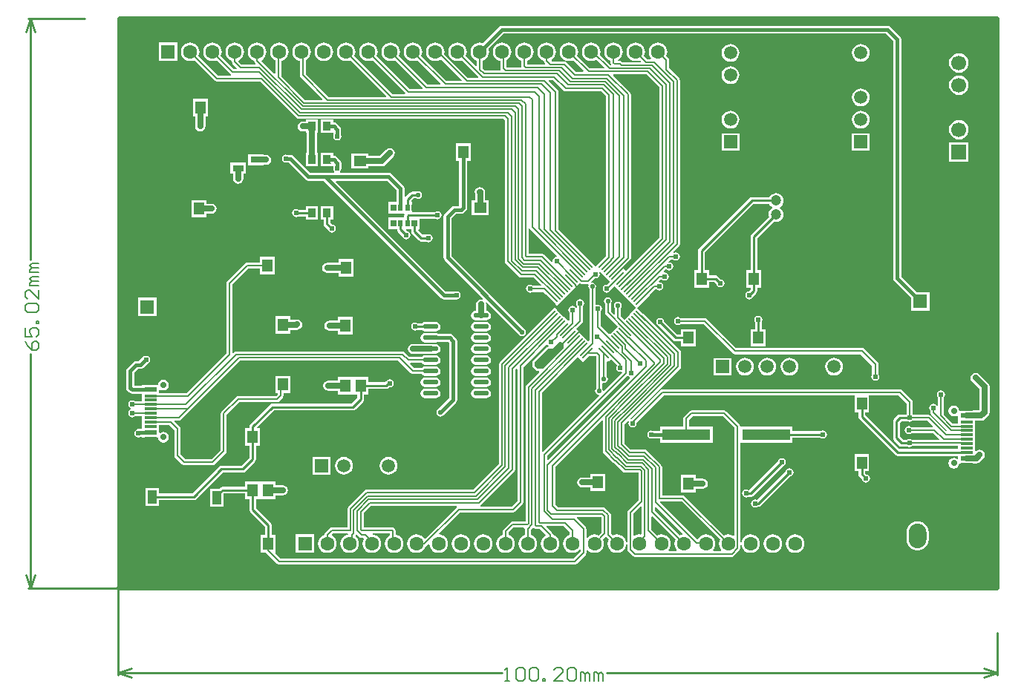
<source format=gtl>
G04*
G04 #@! TF.GenerationSoftware,Altium Limited,Altium Designer,20.0.13 (296)*
G04*
G04 Layer_Physical_Order=1*
G04 Layer_Color=255*
%FSLAX24Y24*%
%MOIN*%
G70*
G01*
G75*
%ADD10C,0.0100*%
%ADD17C,0.0060*%
%ADD18C,0.0200*%
%ADD19R,0.0354X0.0394*%
%ADD20O,0.0687X0.0220*%
%ADD21R,0.0457X0.0579*%
%ADD22R,0.0579X0.0457*%
%ADD23R,0.0394X0.0591*%
%ADD24R,0.0492X0.0276*%
%ADD25R,0.0256X0.0315*%
%ADD26R,0.0197X0.0315*%
%ADD27R,0.0571X0.0236*%
%ADD28R,0.0571X0.0118*%
%ADD29R,0.2165X0.0512*%
G04:AMPARAMS|DCode=30|XSize=7.9mil|YSize=63mil|CornerRadius=0mil|HoleSize=0mil|Usage=FLASHONLY|Rotation=315.000|XOffset=0mil|YOffset=0mil|HoleType=Round|Shape=Rectangle|*
%AMROTATEDRECTD30*
4,1,4,-0.0251,-0.0195,0.0195,0.0251,0.0251,0.0195,-0.0195,-0.0251,-0.0251,-0.0195,0.0*
%
%ADD30ROTATEDRECTD30*%

G04:AMPARAMS|DCode=31|XSize=63mil|YSize=7.9mil|CornerRadius=0mil|HoleSize=0mil|Usage=FLASHONLY|Rotation=315.000|XOffset=0mil|YOffset=0mil|HoleType=Round|Shape=Rectangle|*
%AMROTATEDRECTD31*
4,1,4,-0.0251,0.0195,-0.0195,0.0251,0.0251,-0.0195,0.0195,-0.0251,-0.0251,0.0195,0.0*
%
%ADD31ROTATEDRECTD31*%

%ADD58C,0.0250*%
%ADD59C,0.0150*%
%ADD60C,0.0070*%
%ADD61C,0.0080*%
%ADD62R,0.0591X0.0591*%
%ADD63C,0.0591*%
%ADD64R,0.0591X0.0591*%
%ADD65C,0.0630*%
%ADD66R,0.0630X0.0630*%
%ADD67R,0.0669X0.0669*%
%ADD68C,0.0669*%
%ADD69O,0.0827X0.0394*%
%ADD70O,0.0630X0.0394*%
%ADD71C,0.0276*%
%ADD72C,0.0472*%
%ADD73C,0.0240*%
%ADD74C,0.0220*%
G36*
X39425Y0D02*
X25D01*
Y25600D01*
X39425D01*
Y0D01*
D02*
G37*
%LPC*%
G36*
X2615Y24515D02*
X1785D01*
Y23685D01*
X2615D01*
Y24515D01*
D02*
G37*
G36*
X9200Y24519D02*
X9092Y24504D01*
X8991Y24462D01*
X8904Y24396D01*
X8838Y24309D01*
X8796Y24208D01*
X8781Y24100D01*
X8796Y23992D01*
X8838Y23891D01*
X8904Y23804D01*
X8991Y23738D01*
X9092Y23696D01*
X9200Y23681D01*
X9308Y23696D01*
X9409Y23738D01*
X9496Y23804D01*
X9562Y23891D01*
X9604Y23992D01*
X9619Y24100D01*
X9604Y24208D01*
X9562Y24309D01*
X9496Y24396D01*
X9409Y24462D01*
X9308Y24504D01*
X9200Y24519D01*
D02*
G37*
G36*
X33300Y24449D02*
X33197Y24435D01*
X33101Y24395D01*
X33018Y24332D01*
X32955Y24249D01*
X32915Y24153D01*
X32901Y24050D01*
X32915Y23947D01*
X32955Y23851D01*
X33018Y23768D01*
X33101Y23705D01*
X33197Y23665D01*
X33300Y23651D01*
X33403Y23665D01*
X33499Y23705D01*
X33582Y23768D01*
X33645Y23851D01*
X33685Y23947D01*
X33699Y24050D01*
X33685Y24153D01*
X33645Y24249D01*
X33582Y24332D01*
X33499Y24395D01*
X33403Y24435D01*
X33300Y24449D01*
D02*
G37*
G36*
X27450D02*
X27347Y24435D01*
X27251Y24395D01*
X27168Y24332D01*
X27105Y24249D01*
X27065Y24153D01*
X27051Y24050D01*
X27065Y23947D01*
X27105Y23851D01*
X27168Y23768D01*
X27251Y23705D01*
X27347Y23665D01*
X27450Y23651D01*
X27553Y23665D01*
X27649Y23705D01*
X27732Y23768D01*
X27795Y23851D01*
X27835Y23947D01*
X27849Y24050D01*
X27835Y24153D01*
X27795Y24249D01*
X27732Y24332D01*
X27649Y24395D01*
X27553Y24435D01*
X27450Y24449D01*
D02*
G37*
G36*
X37700Y24038D02*
X37587Y24023D01*
X37481Y23980D01*
X37390Y23910D01*
X37320Y23819D01*
X37277Y23713D01*
X37262Y23600D01*
X37277Y23487D01*
X37320Y23381D01*
X37390Y23290D01*
X37481Y23220D01*
X37587Y23177D01*
X37700Y23162D01*
X37813Y23177D01*
X37919Y23220D01*
X38010Y23290D01*
X38080Y23381D01*
X38123Y23487D01*
X38138Y23600D01*
X38123Y23713D01*
X38080Y23819D01*
X38010Y23910D01*
X37919Y23980D01*
X37813Y24023D01*
X37700Y24038D01*
D02*
G37*
G36*
X27450Y23449D02*
X27347Y23435D01*
X27251Y23395D01*
X27168Y23332D01*
X27105Y23249D01*
X27065Y23153D01*
X27051Y23050D01*
X27065Y22947D01*
X27105Y22851D01*
X27168Y22768D01*
X27251Y22705D01*
X27347Y22665D01*
X27450Y22651D01*
X27553Y22665D01*
X27649Y22705D01*
X27732Y22768D01*
X27795Y22851D01*
X27835Y22947D01*
X27849Y23050D01*
X27835Y23153D01*
X27795Y23249D01*
X27732Y23332D01*
X27649Y23395D01*
X27553Y23435D01*
X27450Y23449D01*
D02*
G37*
G36*
X37700Y23038D02*
X37587Y23023D01*
X37481Y22980D01*
X37390Y22910D01*
X37320Y22819D01*
X37277Y22713D01*
X37262Y22600D01*
X37277Y22487D01*
X37320Y22381D01*
X37390Y22290D01*
X37481Y22220D01*
X37587Y22177D01*
X37700Y22162D01*
X37813Y22177D01*
X37919Y22220D01*
X38010Y22290D01*
X38080Y22381D01*
X38123Y22487D01*
X38138Y22600D01*
X38123Y22713D01*
X38080Y22819D01*
X38010Y22910D01*
X37919Y22980D01*
X37813Y23023D01*
X37700Y23038D01*
D02*
G37*
G36*
X33300Y22449D02*
X33197Y22435D01*
X33101Y22395D01*
X33018Y22332D01*
X32955Y22249D01*
X32915Y22153D01*
X32901Y22050D01*
X32915Y21947D01*
X32955Y21851D01*
X33018Y21768D01*
X33101Y21705D01*
X33197Y21665D01*
X33300Y21651D01*
X33403Y21665D01*
X33499Y21705D01*
X33582Y21768D01*
X33645Y21851D01*
X33685Y21947D01*
X33699Y22050D01*
X33685Y22153D01*
X33645Y22249D01*
X33582Y22332D01*
X33499Y22395D01*
X33403Y22435D01*
X33300Y22449D01*
D02*
G37*
G36*
Y21449D02*
X33197Y21435D01*
X33101Y21395D01*
X33018Y21332D01*
X32955Y21249D01*
X32915Y21153D01*
X32901Y21050D01*
X32915Y20947D01*
X32955Y20851D01*
X33018Y20768D01*
X33101Y20705D01*
X33197Y20665D01*
X33300Y20651D01*
X33403Y20665D01*
X33499Y20705D01*
X33582Y20768D01*
X33645Y20851D01*
X33685Y20947D01*
X33699Y21050D01*
X33685Y21153D01*
X33645Y21249D01*
X33582Y21332D01*
X33499Y21395D01*
X33403Y21435D01*
X33300Y21449D01*
D02*
G37*
G36*
X27450D02*
X27347Y21435D01*
X27251Y21395D01*
X27168Y21332D01*
X27105Y21249D01*
X27065Y21153D01*
X27051Y21050D01*
X27065Y20947D01*
X27105Y20851D01*
X27168Y20768D01*
X27251Y20705D01*
X27347Y20665D01*
X27450Y20651D01*
X27553Y20665D01*
X27649Y20705D01*
X27732Y20768D01*
X27795Y20851D01*
X27835Y20947D01*
X27849Y21050D01*
X27835Y21153D01*
X27795Y21249D01*
X27732Y21332D01*
X27649Y21395D01*
X27553Y21435D01*
X27450Y21449D01*
D02*
G37*
G36*
X3979Y21989D02*
X3322D01*
Y21211D01*
X3421D01*
Y20750D01*
X3438Y20663D01*
X3488Y20588D01*
X3563Y20538D01*
X3650Y20521D01*
X3738Y20538D01*
X3813Y20588D01*
X3862Y20663D01*
X3880Y20750D01*
Y21211D01*
X3979D01*
Y21989D01*
D02*
G37*
G36*
X37700Y21038D02*
X37587Y21023D01*
X37481Y20980D01*
X37390Y20910D01*
X37320Y20819D01*
X37277Y20713D01*
X37262Y20600D01*
X37277Y20487D01*
X37320Y20381D01*
X37390Y20290D01*
X37481Y20220D01*
X37587Y20177D01*
X37700Y20162D01*
X37813Y20177D01*
X37919Y20220D01*
X38010Y20290D01*
X38080Y20381D01*
X38123Y20487D01*
X38138Y20600D01*
X38123Y20713D01*
X38080Y20819D01*
X38010Y20910D01*
X37919Y20980D01*
X37813Y21023D01*
X37700Y21038D01*
D02*
G37*
G36*
X9612Y21047D02*
X9057D01*
Y20453D01*
X9612D01*
X9612Y20403D01*
Y20317D01*
X9625Y20249D01*
X9638Y20230D01*
X9638Y20230D01*
X9678Y20170D01*
X9737Y20130D01*
X9807Y20116D01*
X9878Y20130D01*
X9937Y20170D01*
X9977Y20230D01*
X9991Y20300D01*
X9977Y20370D01*
X9969Y20383D01*
Y20610D01*
X9955Y20678D01*
X9916Y20736D01*
X9916Y20736D01*
X9776Y20876D01*
X9718Y20915D01*
X9650Y20928D01*
X9612D01*
Y21047D01*
D02*
G37*
G36*
X33695Y20445D02*
X32905D01*
Y19655D01*
X33695D01*
Y20445D01*
D02*
G37*
G36*
X27845D02*
X27055D01*
Y19655D01*
X27845D01*
Y20445D01*
D02*
G37*
G36*
X12150Y19779D02*
X12062Y19762D01*
X11988Y19712D01*
X11696Y19420D01*
X11203D01*
Y19519D01*
X10650D01*
X10635Y19522D01*
X10620Y19519D01*
X10424D01*
Y18863D01*
X11203D01*
Y18962D01*
X11791D01*
X11879Y18979D01*
X11953Y19029D01*
X12312Y19388D01*
X12362Y19462D01*
X12379Y19550D01*
X12362Y19638D01*
X12312Y19712D01*
X12238Y19762D01*
X12150Y19779D01*
D02*
G37*
G36*
X38135Y20035D02*
X37265D01*
Y19165D01*
X38135D01*
Y20035D01*
D02*
G37*
G36*
X6490Y19488D02*
X5798D01*
Y19012D01*
X6490D01*
Y19021D01*
X6600D01*
X6688Y19038D01*
X6762Y19088D01*
X6812Y19162D01*
X6829Y19250D01*
X6812Y19338D01*
X6762Y19412D01*
X6688Y19462D01*
X6600Y19479D01*
X6490D01*
Y19488D01*
D02*
G37*
G36*
X8942Y21047D02*
X8388D01*
Y20979D01*
X8250D01*
X8162Y20962D01*
X8088Y20912D01*
X8038Y20838D01*
X8021Y20750D01*
X8038Y20662D01*
X8088Y20588D01*
X8162Y20538D01*
X8250Y20521D01*
X8388D01*
Y20453D01*
X8436D01*
Y19547D01*
X8388D01*
Y18953D01*
X8942D01*
Y19547D01*
X8895D01*
Y20453D01*
X8942D01*
Y21047D01*
D02*
G37*
G36*
X9612Y19547D02*
X9057D01*
Y18953D01*
X9469D01*
X9482Y18951D01*
X9495Y18953D01*
X9612D01*
X9622Y18907D01*
Y18876D01*
X9616Y18850D01*
X9630Y18780D01*
X9670Y18720D01*
X9673Y18718D01*
X9658Y18668D01*
X8579D01*
X7821Y19426D01*
X7763Y19465D01*
X7695Y19478D01*
X7526D01*
X7500Y19484D01*
X7430Y19470D01*
X7370Y19430D01*
X7330Y19370D01*
X7316Y19300D01*
X7330Y19230D01*
X7370Y19170D01*
X7430Y19130D01*
X7500Y19116D01*
X7526Y19122D01*
X7621D01*
X8379Y18364D01*
X8437Y18325D01*
X8505Y18312D01*
X8505Y18312D01*
X9186D01*
X14474Y13024D01*
X14474Y13024D01*
X14532Y12985D01*
X14600Y12972D01*
X15124D01*
X15150Y12966D01*
X15220Y12980D01*
X15280Y13020D01*
X15320Y13080D01*
X15334Y13150D01*
X15320Y13220D01*
X15280Y13280D01*
X15220Y13320D01*
X15150Y13334D01*
X15124Y13328D01*
X14674D01*
X9737Y18265D01*
X9756Y18312D01*
X12031D01*
X12457Y17886D01*
Y17358D01*
X12092D01*
Y16843D01*
X12437D01*
Y16843D01*
X12795D01*
X12821Y16793D01*
X12809Y16773D01*
X12797Y16715D01*
Y16649D01*
X12548D01*
Y16649D01*
X12092D01*
Y16134D01*
X12437D01*
Y16134D01*
X12482D01*
Y16115D01*
X12494Y16056D01*
X12527Y16007D01*
X12725Y15809D01*
X12730Y15780D01*
X12770Y15720D01*
X12830Y15680D01*
X12900Y15666D01*
X12970Y15680D01*
X13030Y15720D01*
X13070Y15780D01*
X13084Y15850D01*
X13070Y15920D01*
X13030Y15980D01*
X12970Y16020D01*
X12941Y16025D01*
X12879Y16088D01*
X12898Y16134D01*
X13037D01*
Y16134D01*
X13112D01*
Y16035D01*
X13124Y15977D01*
X13157Y15927D01*
X13465Y15619D01*
X13515Y15585D01*
X13573Y15574D01*
X13805D01*
X13830Y15557D01*
X13900Y15543D01*
X13970Y15557D01*
X14030Y15597D01*
X14070Y15656D01*
X14084Y15727D01*
X14070Y15797D01*
X14030Y15856D01*
X13970Y15896D01*
X13900Y15910D01*
X13830Y15896D01*
X13805Y15880D01*
X13637D01*
X13432Y16084D01*
X13453Y16134D01*
X13493D01*
Y16597D01*
X14205D01*
X14230Y16580D01*
X14300Y16566D01*
X14370Y16580D01*
X14430Y16620D01*
X14470Y16680D01*
X14484Y16750D01*
X14470Y16820D01*
X14430Y16880D01*
X14370Y16920D01*
X14300Y16934D01*
X14230Y16920D01*
X14205Y16903D01*
X13148D01*
Y17357D01*
X13144D01*
X13124Y17407D01*
X13233Y17517D01*
X13348D01*
X13359Y17510D01*
X13425Y17497D01*
X13491Y17510D01*
X13548Y17547D01*
X13585Y17604D01*
X13598Y17670D01*
X13585Y17736D01*
X13548Y17793D01*
X13491Y17830D01*
X13425Y17843D01*
X13359Y17830D01*
X13348Y17823D01*
X13170D01*
X13111Y17811D01*
X13062Y17778D01*
X12863Y17580D01*
X12813Y17600D01*
Y17960D01*
X12800Y18028D01*
X12761Y18086D01*
X12231Y18616D01*
X12173Y18655D01*
X12105Y18668D01*
X9942D01*
X9927Y18718D01*
X9930Y18720D01*
X9970Y18780D01*
X9984Y18850D01*
X9978Y18876D01*
Y19100D01*
X9965Y19168D01*
X9926Y19226D01*
X9776Y19376D01*
X9718Y19415D01*
X9650Y19428D01*
X9612D01*
Y19547D01*
D02*
G37*
G36*
X5702Y19114D02*
X5010D01*
Y18638D01*
X5127D01*
Y18419D01*
X5124Y18403D01*
X5141Y18315D01*
X5191Y18241D01*
X5265Y18191D01*
X5353Y18174D01*
X5441Y18191D01*
X5515Y18241D01*
X5519Y18244D01*
X5568Y18319D01*
X5586Y18406D01*
Y18638D01*
X5702D01*
Y19114D01*
D02*
G37*
G36*
X8942Y17147D02*
X8388D01*
Y17003D01*
X8045D01*
X8020Y17020D01*
X7950Y17034D01*
X7880Y17020D01*
X7820Y16980D01*
X7780Y16920D01*
X7766Y16850D01*
X7780Y16780D01*
X7820Y16720D01*
X7880Y16680D01*
X7950Y16666D01*
X8020Y16680D01*
X8045Y16697D01*
X8388D01*
Y16553D01*
X8942D01*
Y17147D01*
D02*
G37*
G36*
X16200Y18029D02*
X16112Y18012D01*
X16038Y17962D01*
X15988Y17888D01*
X15971Y17800D01*
X15981Y17747D01*
Y17429D01*
X15821D01*
Y16772D01*
X16600D01*
Y17429D01*
X16440D01*
Y17789D01*
X16440Y17789D01*
X16440Y17790D01*
X16431Y17834D01*
X16423Y17877D01*
X16423Y17877D01*
X16422Y17877D01*
X16398Y17915D01*
X16373Y17952D01*
X16373Y17952D01*
X16373Y17952D01*
X16362Y17962D01*
X16288Y18012D01*
X16200Y18029D01*
D02*
G37*
G36*
X3929Y17439D02*
X3272D01*
Y16661D01*
X3929D01*
Y16821D01*
X4150D01*
X4238Y16838D01*
X4312Y16888D01*
X4362Y16962D01*
X4379Y17050D01*
X4362Y17138D01*
X4312Y17212D01*
X4238Y17262D01*
X4150Y17279D01*
X3929D01*
Y17439D01*
D02*
G37*
G36*
X29500Y17754D02*
X29412Y17743D01*
X29330Y17709D01*
X29260Y17655D01*
X29206Y17585D01*
X29199Y17568D01*
X28415D01*
X28356Y17556D01*
X28307Y17523D01*
X26042Y15259D01*
X26009Y15209D01*
X25997Y15150D01*
Y14289D01*
X25822D01*
Y13511D01*
X26479D01*
Y13747D01*
X26737D01*
X26825Y13659D01*
X26830Y13630D01*
X26870Y13570D01*
X26930Y13530D01*
X27000Y13516D01*
X27070Y13530D01*
X27130Y13570D01*
X27170Y13630D01*
X27184Y13700D01*
X27170Y13770D01*
X27130Y13830D01*
X27070Y13870D01*
X27041Y13875D01*
X26908Y14008D01*
X26859Y14041D01*
X26800Y14053D01*
X26479D01*
Y14289D01*
X26303D01*
Y15087D01*
X28478Y17262D01*
X29199D01*
X29206Y17245D01*
X29260Y17175D01*
X29321Y17129D01*
X29325Y17105D01*
Y17095D01*
X29321Y17071D01*
X29260Y17025D01*
X29206Y16955D01*
X29172Y16873D01*
X29161Y16785D01*
X29172Y16697D01*
X29179Y16681D01*
X28391Y15893D01*
X28358Y15843D01*
X28347Y15785D01*
Y14289D01*
X28171D01*
Y13511D01*
X28347D01*
Y13413D01*
X28259Y13325D01*
X28230Y13320D01*
X28170Y13280D01*
X28130Y13220D01*
X28116Y13150D01*
X28130Y13080D01*
X28170Y13020D01*
X28230Y12980D01*
X28300Y12966D01*
X28370Y12980D01*
X28430Y13020D01*
X28470Y13080D01*
X28475Y13109D01*
X28608Y13241D01*
X28641Y13291D01*
X28653Y13350D01*
Y13511D01*
X28828D01*
Y14289D01*
X28653D01*
Y15721D01*
X29396Y16464D01*
X29412Y16457D01*
X29500Y16446D01*
X29588Y16457D01*
X29670Y16491D01*
X29740Y16545D01*
X29794Y16615D01*
X29828Y16697D01*
X29839Y16785D01*
X29828Y16873D01*
X29794Y16955D01*
X29740Y17025D01*
X29679Y17071D01*
X29675Y17095D01*
Y17105D01*
X29679Y17129D01*
X29740Y17175D01*
X29794Y17245D01*
X29828Y17327D01*
X29839Y17415D01*
X29828Y17503D01*
X29794Y17585D01*
X29740Y17655D01*
X29670Y17709D01*
X29588Y17743D01*
X29500Y17754D01*
D02*
G37*
G36*
X9612Y17147D02*
X9057D01*
Y16553D01*
X9182D01*
Y16365D01*
X9193Y16307D01*
X9226Y16257D01*
X9375Y16109D01*
X9380Y16080D01*
X9420Y16020D01*
X9480Y15980D01*
X9550Y15966D01*
X9620Y15980D01*
X9680Y16020D01*
X9720Y16080D01*
X9734Y16150D01*
X9720Y16220D01*
X9680Y16280D01*
X9620Y16320D01*
X9591Y16325D01*
X9488Y16429D01*
Y16553D01*
X9612D01*
Y17147D01*
D02*
G37*
G36*
X6978Y14889D02*
X6321D01*
Y14633D01*
X5750D01*
X5699Y14622D01*
X5656Y14594D01*
X4856Y13794D01*
X4828Y13751D01*
X4817Y13700D01*
Y10555D01*
X3039Y8776D01*
X1805D01*
Y8904D01*
X1855Y8931D01*
X1895Y8904D01*
X1988Y8886D01*
X2081Y8904D01*
X2159Y8957D01*
X2212Y9035D01*
X2230Y9128D01*
X2212Y9221D01*
X2159Y9299D01*
X2081Y9352D01*
X1988Y9370D01*
X1895Y9352D01*
X1817Y9299D01*
X1764Y9221D01*
X1747Y9137D01*
X1393D01*
X1376Y9141D01*
X1359Y9137D01*
X1034D01*
Y9098D01*
X678D01*
Y9676D01*
X850Y9848D01*
X971D01*
X1040Y9861D01*
X1097Y9900D01*
X1280Y10083D01*
X1295Y10086D01*
X1355Y10126D01*
X1395Y10185D01*
X1409Y10256D01*
X1395Y10326D01*
X1355Y10385D01*
X1295Y10425D01*
X1225Y10439D01*
X1155Y10425D01*
X1154Y10425D01*
X1132Y10420D01*
X1074Y10382D01*
X897Y10205D01*
X776D01*
X708Y10191D01*
X650Y10152D01*
X374Y9876D01*
X335Y9818D01*
X322Y9750D01*
Y9007D01*
X335Y8939D01*
X374Y8881D01*
X462Y8793D01*
X520Y8754D01*
X588Y8741D01*
X1034D01*
Y8383D01*
X726D01*
X670Y8420D01*
X600Y8434D01*
X530Y8420D01*
X470Y8380D01*
X430Y8320D01*
X416Y8250D01*
X430Y8180D01*
X470Y8120D01*
X530Y8080D01*
X542Y8078D01*
Y8027D01*
X536Y8026D01*
X477Y7986D01*
X437Y7927D01*
X423Y7856D01*
X437Y7786D01*
X477Y7727D01*
X536Y7687D01*
X606Y7673D01*
X677Y7687D01*
X732Y7724D01*
X1034D01*
Y7500D01*
X1034D01*
Y7425D01*
X1034D01*
Y7169D01*
X910D01*
X841Y7155D01*
X783Y7116D01*
X767Y7100D01*
X745Y7085D01*
X705Y7026D01*
X691Y6956D01*
X705Y6885D01*
X745Y6826D01*
X805Y6786D01*
X875Y6772D01*
X945Y6786D01*
X984Y6812D01*
X1034D01*
Y6772D01*
X1747D01*
X1764Y6689D01*
X1817Y6610D01*
X1895Y6558D01*
X1988Y6539D01*
X2081Y6558D01*
X2159Y6610D01*
X2212Y6689D01*
X2230Y6782D01*
X2212Y6874D01*
X2159Y6953D01*
X2081Y7006D01*
X1988Y7024D01*
X1895Y7006D01*
X1855Y6978D01*
X1805Y7005D01*
Y7304D01*
X1805D01*
Y7330D01*
X2263D01*
X2492Y7101D01*
Y5956D01*
X2503Y5905D01*
X2531Y5862D01*
X2837Y5556D01*
X2880Y5528D01*
X2931Y5517D01*
X2931Y5517D01*
X4204D01*
X4255Y5528D01*
X4298Y5556D01*
X4794Y6052D01*
X4822Y6095D01*
X4833Y6146D01*
Y7795D01*
X5405Y8367D01*
X7100D01*
X7151Y8378D01*
X7194Y8406D01*
X7344Y8556D01*
X7372Y8599D01*
X7383Y8650D01*
Y8761D01*
X7679D01*
Y9539D01*
X7022D01*
Y8761D01*
X7117D01*
Y8705D01*
X7045Y8633D01*
X5350D01*
X5299Y8622D01*
X5256Y8594D01*
X4606Y7944D01*
X4578Y7901D01*
X4567Y7850D01*
Y6201D01*
X4149Y5783D01*
X2985D01*
X2758Y6010D01*
Y7156D01*
X2747Y7206D01*
X2719Y7249D01*
X2487Y7481D01*
X2506Y7527D01*
X2688D01*
X2739Y7537D01*
X2782Y7566D01*
X3175Y7959D01*
X5444Y10228D01*
X12534D01*
X13106Y9656D01*
X13149Y9628D01*
X13200Y9617D01*
X13591D01*
X13603Y9598D01*
X13673Y9552D01*
X13755Y9536D01*
X14221D01*
X14303Y9552D01*
X14373Y9598D01*
X14419Y9668D01*
X14436Y9750D01*
X14419Y9832D01*
X14373Y9902D01*
X14303Y9948D01*
X14221Y9964D01*
X13755D01*
X13673Y9948D01*
X13603Y9902D01*
X13591Y9883D01*
X13255D01*
X13066Y10071D01*
X13085Y10117D01*
X13591D01*
X13603Y10098D01*
X13673Y10052D01*
X13755Y10036D01*
X14221D01*
X14303Y10052D01*
X14373Y10098D01*
X14419Y10168D01*
X14436Y10250D01*
X14419Y10332D01*
X14373Y10402D01*
X14303Y10448D01*
X14221Y10464D01*
X13755D01*
X13673Y10448D01*
X13603Y10402D01*
X13591Y10383D01*
X13033D01*
X12821Y10595D01*
X12778Y10623D01*
X12728Y10633D01*
X5251D01*
X5200Y10623D01*
X5157Y10595D01*
X5129Y10566D01*
X5083Y10585D01*
Y13645D01*
X5805Y14367D01*
X6321D01*
Y14111D01*
X6978D01*
Y14889D01*
D02*
G37*
G36*
X10528Y14789D02*
X9871D01*
Y14629D01*
X9350D01*
X9262Y14612D01*
X9188Y14562D01*
X9138Y14488D01*
X9121Y14400D01*
X9138Y14312D01*
X9188Y14238D01*
X9262Y14188D01*
X9350Y14171D01*
X9871D01*
Y14011D01*
X10528D01*
Y14789D01*
D02*
G37*
G36*
X15779Y19989D02*
X15122D01*
Y19211D01*
X15272D01*
Y17178D01*
X15050D01*
X14982Y17165D01*
X14924Y17126D01*
X14624Y16826D01*
X14585Y16768D01*
X14572Y16700D01*
Y14855D01*
X14585Y14787D01*
X14624Y14729D01*
X16340Y13012D01*
X16316Y12966D01*
X16250Y12979D01*
X16162Y12962D01*
X16088Y12912D01*
X16038Y12838D01*
X16021Y12750D01*
Y12464D01*
X16017D01*
X15935Y12448D01*
X15865Y12402D01*
X15819Y12332D01*
X15802Y12250D01*
X15819Y12168D01*
X15865Y12098D01*
X15935Y12052D01*
X16017Y12036D01*
X16174D01*
X16250Y12021D01*
X16326Y12036D01*
X16483D01*
X16565Y12052D01*
X16635Y12098D01*
X16681Y12168D01*
X16698Y12250D01*
X16681Y12332D01*
X16635Y12402D01*
X16565Y12448D01*
X16483Y12464D01*
X16479D01*
Y12750D01*
X16466Y12816D01*
X16512Y12840D01*
X17969Y11384D01*
X18027Y11345D01*
X18095Y11332D01*
X18163Y11345D01*
X18221Y11384D01*
X18260Y11442D01*
X18273Y11510D01*
X18260Y11578D01*
X18221Y11636D01*
X14928Y14929D01*
Y16626D01*
X15124Y16822D01*
X15362D01*
X15430Y16835D01*
X15488Y16874D01*
X15576Y16962D01*
X15615Y17020D01*
X15628Y17088D01*
Y19211D01*
X15779D01*
Y19989D01*
D02*
G37*
G36*
X17200Y25278D02*
X17132Y25265D01*
X17074Y25226D01*
X17074Y25226D01*
X16339Y24492D01*
X16308Y24504D01*
X16200Y24519D01*
X16092Y24504D01*
X15991Y24462D01*
X15904Y24396D01*
X15838Y24309D01*
X15796Y24208D01*
X15781Y24100D01*
X15796Y23992D01*
X15838Y23891D01*
X15904Y23804D01*
X15991Y23738D01*
X16067Y23706D01*
Y23485D01*
X16021Y23466D01*
X15573Y23915D01*
X15604Y23992D01*
X15619Y24100D01*
X15604Y24208D01*
X15562Y24309D01*
X15496Y24396D01*
X15409Y24462D01*
X15308Y24504D01*
X15200Y24519D01*
X15092Y24504D01*
X14991Y24462D01*
X14904Y24396D01*
X14838Y24309D01*
X14796Y24208D01*
X14781Y24100D01*
X14796Y23992D01*
X14838Y23891D01*
X14904Y23804D01*
X14991Y23738D01*
X15092Y23696D01*
X15200Y23681D01*
X15308Y23696D01*
X15385Y23728D01*
X16134Y22979D01*
X16115Y22933D01*
X15672D01*
X14605Y24000D01*
X14619Y24100D01*
X14604Y24208D01*
X14562Y24309D01*
X14496Y24396D01*
X14409Y24462D01*
X14308Y24504D01*
X14200Y24519D01*
X14092Y24504D01*
X13991Y24462D01*
X13904Y24396D01*
X13838Y24309D01*
X13796Y24208D01*
X13781Y24100D01*
X13796Y23992D01*
X13838Y23891D01*
X13904Y23804D01*
X13991Y23738D01*
X14092Y23696D01*
X14200Y23681D01*
X14308Y23696D01*
X14409Y23738D01*
X14456Y23774D01*
X15401Y22829D01*
X15382Y22783D01*
X14705D01*
X13572Y23915D01*
X13604Y23992D01*
X13619Y24100D01*
X13604Y24208D01*
X13562Y24309D01*
X13496Y24396D01*
X13409Y24462D01*
X13308Y24504D01*
X13200Y24519D01*
X13092Y24504D01*
X12991Y24462D01*
X12904Y24396D01*
X12838Y24309D01*
X12796Y24208D01*
X12781Y24100D01*
X12796Y23992D01*
X12838Y23891D01*
X12904Y23804D01*
X12991Y23738D01*
X13092Y23696D01*
X13200Y23681D01*
X13308Y23696D01*
X13385Y23728D01*
X14434Y22679D01*
X14415Y22633D01*
X13855D01*
X12572Y23915D01*
X12604Y23992D01*
X12619Y24100D01*
X12604Y24208D01*
X12562Y24309D01*
X12496Y24396D01*
X12409Y24462D01*
X12308Y24504D01*
X12200Y24519D01*
X12092Y24504D01*
X11991Y24462D01*
X11904Y24396D01*
X11838Y24309D01*
X11796Y24208D01*
X11781Y24100D01*
X11796Y23992D01*
X11838Y23891D01*
X11904Y23804D01*
X11991Y23738D01*
X12092Y23696D01*
X12200Y23681D01*
X12308Y23696D01*
X12385Y23728D01*
X13634Y22479D01*
X13615Y22433D01*
X13055D01*
X11573Y23915D01*
X11604Y23992D01*
X11619Y24100D01*
X11604Y24208D01*
X11562Y24309D01*
X11496Y24396D01*
X11409Y24462D01*
X11308Y24504D01*
X11200Y24519D01*
X11092Y24504D01*
X10991Y24462D01*
X10904Y24396D01*
X10838Y24309D01*
X10796Y24208D01*
X10781Y24100D01*
X10796Y23992D01*
X10838Y23891D01*
X10904Y23804D01*
X10991Y23738D01*
X11092Y23696D01*
X11200Y23681D01*
X11308Y23696D01*
X11385Y23728D01*
X12859Y22254D01*
X12840Y22207D01*
X12280D01*
X10573Y23915D01*
X10604Y23992D01*
X10619Y24100D01*
X10604Y24208D01*
X10562Y24309D01*
X10496Y24396D01*
X10409Y24462D01*
X10308Y24504D01*
X10200Y24519D01*
X10092Y24504D01*
X9991Y24462D01*
X9904Y24396D01*
X9838Y24309D01*
X9796Y24208D01*
X9781Y24100D01*
X9796Y23992D01*
X9838Y23891D01*
X9904Y23804D01*
X9991Y23738D01*
X10092Y23696D01*
X10200Y23681D01*
X10308Y23696D01*
X10385Y23728D01*
X11999Y22114D01*
X11980Y22067D01*
X9420D01*
X8383Y23105D01*
Y23726D01*
X8409Y23738D01*
X8496Y23804D01*
X8562Y23891D01*
X8604Y23992D01*
X8619Y24100D01*
X8604Y24208D01*
X8562Y24309D01*
X8496Y24396D01*
X8409Y24462D01*
X8308Y24504D01*
X8200Y24519D01*
X8092Y24504D01*
X7991Y24462D01*
X7904Y24396D01*
X7838Y24309D01*
X7796Y24208D01*
X7781Y24100D01*
X7796Y23992D01*
X7838Y23891D01*
X7904Y23804D01*
X7991Y23738D01*
X8092Y23696D01*
X8117Y23692D01*
Y23050D01*
X8128Y22999D01*
X8156Y22956D01*
X9139Y21974D01*
X9120Y21927D01*
X8360D01*
X7283Y23005D01*
Y23692D01*
X7308Y23696D01*
X7409Y23738D01*
X7496Y23804D01*
X7562Y23891D01*
X7604Y23992D01*
X7619Y24100D01*
X7604Y24208D01*
X7562Y24309D01*
X7496Y24396D01*
X7409Y24462D01*
X7308Y24504D01*
X7200Y24519D01*
X7092Y24504D01*
X6991Y24462D01*
X6904Y24396D01*
X6838Y24309D01*
X6796Y24208D01*
X6781Y24100D01*
X6796Y23992D01*
X6838Y23891D01*
X6904Y23804D01*
X6991Y23738D01*
X7017Y23726D01*
Y23137D01*
X6971Y23118D01*
X6400Y23690D01*
X6417Y23743D01*
X6496Y23804D01*
X6562Y23891D01*
X6604Y23992D01*
X6619Y24100D01*
X6604Y24208D01*
X6562Y24309D01*
X6496Y24396D01*
X6409Y24462D01*
X6308Y24504D01*
X6200Y24519D01*
X6092Y24504D01*
X5991Y24462D01*
X5904Y24396D01*
X5838Y24309D01*
X5796Y24208D01*
X5781Y24100D01*
X5796Y23992D01*
X5838Y23891D01*
X5904Y23804D01*
X5991Y23738D01*
X6074Y23703D01*
Y23695D01*
X6085Y23644D01*
X6113Y23601D01*
X6136Y23579D01*
X6117Y23533D01*
X5505D01*
X5370Y23667D01*
X5382Y23726D01*
X5409Y23738D01*
X5496Y23804D01*
X5562Y23891D01*
X5604Y23992D01*
X5619Y24100D01*
X5604Y24208D01*
X5562Y24309D01*
X5496Y24396D01*
X5409Y24462D01*
X5308Y24504D01*
X5200Y24519D01*
X5092Y24504D01*
X4991Y24462D01*
X4904Y24396D01*
X4838Y24309D01*
X4796Y24208D01*
X4781Y24100D01*
X4796Y23992D01*
X4838Y23891D01*
X4904Y23804D01*
X4991Y23738D01*
X5067Y23706D01*
Y23650D01*
X5078Y23599D01*
X5106Y23556D01*
X5284Y23379D01*
X5265Y23333D01*
X5155D01*
X4572Y23915D01*
X4604Y23992D01*
X4619Y24100D01*
X4604Y24208D01*
X4562Y24309D01*
X4496Y24396D01*
X4409Y24462D01*
X4308Y24504D01*
X4200Y24519D01*
X4092Y24504D01*
X3991Y24462D01*
X3904Y24396D01*
X3838Y24309D01*
X3796Y24208D01*
X3781Y24100D01*
X3796Y23992D01*
X3838Y23891D01*
X3904Y23804D01*
X3991Y23738D01*
X4092Y23696D01*
X4200Y23681D01*
X4308Y23696D01*
X4385Y23728D01*
X5006Y23106D01*
X5039Y23085D01*
X5029Y23035D01*
X4453D01*
X3573Y23915D01*
X3604Y23992D01*
X3619Y24100D01*
X3604Y24208D01*
X3562Y24309D01*
X3496Y24396D01*
X3409Y24462D01*
X3308Y24504D01*
X3200Y24519D01*
X3092Y24504D01*
X2991Y24462D01*
X2904Y24396D01*
X2838Y24309D01*
X2796Y24208D01*
X2781Y24100D01*
X2796Y23992D01*
X2838Y23891D01*
X2904Y23804D01*
X2991Y23738D01*
X3092Y23696D01*
X3200Y23681D01*
X3308Y23696D01*
X3385Y23728D01*
X4304Y22808D01*
X4347Y22780D01*
X4398Y22769D01*
X6351D01*
X7979Y21141D01*
X8022Y21112D01*
X8073Y21102D01*
X17260D01*
X17330Y21033D01*
Y14685D01*
X17340Y14634D01*
X17369Y14591D01*
X17954Y14006D01*
X17997Y13978D01*
X18047Y13967D01*
X18620D01*
X18949Y13639D01*
X18930Y13593D01*
X18560D01*
X18520Y13620D01*
X18450Y13634D01*
X18380Y13620D01*
X18320Y13580D01*
X18280Y13520D01*
X18266Y13450D01*
X18280Y13380D01*
X18320Y13320D01*
X18380Y13280D01*
X18450Y13266D01*
X18520Y13280D01*
X18560Y13307D01*
X19043D01*
X19370Y12981D01*
X19384Y12971D01*
X19666Y12690D01*
X19888Y12912D01*
X20197Y13221D01*
X20334Y13358D01*
X20531Y13555D01*
X20531Y13555D01*
X20566Y13590D01*
X20675Y13699D01*
X20703Y13681D01*
X20754Y13671D01*
X21060D01*
X21066Y13672D01*
X21096Y13627D01*
X21086Y13613D01*
X21073Y13546D01*
X21086Y13480D01*
X21114Y13439D01*
Y11128D01*
X21068Y11108D01*
X21002Y11174D01*
X21002Y11174D01*
X20865Y11311D01*
X20865Y11311D01*
X20668Y11508D01*
X20668D01*
X20642Y11534D01*
X20526Y11650D01*
X20794Y11918D01*
X20822Y11961D01*
X20833Y12011D01*
Y12674D01*
X20870Y12730D01*
X20884Y12800D01*
X20870Y12870D01*
X20830Y12930D01*
X20770Y12970D01*
X20700Y12984D01*
X20630Y12970D01*
X20570Y12930D01*
X20530Y12870D01*
X20516Y12800D01*
X20530Y12730D01*
X20567Y12674D01*
Y12600D01*
X20521Y12573D01*
X20517Y12573D01*
X20480Y12630D01*
X20420Y12670D01*
X20350Y12684D01*
X20280Y12670D01*
X20220Y12630D01*
X20180Y12570D01*
X20166Y12500D01*
X20180Y12430D01*
X20217Y12374D01*
Y12024D01*
X20171Y12005D01*
X20111Y12065D01*
X20111Y12065D01*
X19974Y12202D01*
X19974Y12202D01*
X19666Y12510D01*
X19666Y12510D01*
X19554Y12622D01*
X18967Y12035D01*
X18972Y12030D01*
X17084Y10142D01*
X17055Y10099D01*
X17045Y10048D01*
Y5582D01*
X15895Y4433D01*
X11128D01*
X11078Y4422D01*
X11035Y4394D01*
X10284Y3643D01*
X10255Y3600D01*
X10245Y3549D01*
Y2733D01*
X9550D01*
X9499Y2722D01*
X9456Y2694D01*
X9261Y2499D01*
X9233Y2456D01*
X9222Y2405D01*
Y2396D01*
X9141Y2362D01*
X9054Y2296D01*
X8988Y2209D01*
X8946Y2108D01*
X8931Y2000D01*
X8946Y1892D01*
X8988Y1791D01*
X9054Y1704D01*
X9141Y1638D01*
X9242Y1596D01*
X9350Y1581D01*
X9458Y1596D01*
X9559Y1638D01*
X9646Y1704D01*
X9712Y1791D01*
X9754Y1892D01*
X9769Y2000D01*
X9754Y2108D01*
X9712Y2209D01*
X9646Y2296D01*
X9566Y2358D01*
X9554Y2385D01*
X9549Y2412D01*
X9605Y2467D01*
X10248D01*
X10280Y2417D01*
X10276Y2409D01*
X10242Y2404D01*
X10141Y2362D01*
X10054Y2296D01*
X9988Y2209D01*
X9946Y2108D01*
X9931Y2000D01*
X9946Y1892D01*
X9988Y1791D01*
X10054Y1704D01*
X10141Y1638D01*
X10242Y1596D01*
X10350Y1581D01*
X10458Y1596D01*
X10559Y1638D01*
X10646Y1704D01*
X10712Y1791D01*
X10754Y1892D01*
X10769Y2000D01*
X10754Y2108D01*
X10712Y2209D01*
X10646Y2296D01*
X10631Y2307D01*
X10627Y2374D01*
X10629Y2376D01*
X10641Y2394D01*
X10702Y2404D01*
X10799Y2306D01*
X10842Y2278D01*
X10893Y2267D01*
X10969D01*
X10994Y2217D01*
X10988Y2209D01*
X10946Y2108D01*
X10931Y2000D01*
X10946Y1892D01*
X10988Y1791D01*
X11054Y1704D01*
X11141Y1638D01*
X11242Y1596D01*
X11350Y1581D01*
X11458Y1596D01*
X11559Y1638D01*
X11646Y1704D01*
X11712Y1791D01*
X11754Y1892D01*
X11769Y2000D01*
X11754Y2108D01*
X11712Y2209D01*
X11646Y2296D01*
X11559Y2362D01*
X11458Y2404D01*
X11401Y2412D01*
X11387Y2440D01*
X11385Y2464D01*
X11389Y2467D01*
X12167D01*
Y2374D01*
X12141Y2362D01*
X12054Y2296D01*
X11988Y2209D01*
X11946Y2108D01*
X11931Y2000D01*
X11946Y1892D01*
X11988Y1791D01*
X12054Y1704D01*
X12141Y1638D01*
X12242Y1596D01*
X12350Y1581D01*
X12458Y1596D01*
X12559Y1638D01*
X12646Y1704D01*
X12712Y1791D01*
X12754Y1892D01*
X12769Y2000D01*
X12754Y2108D01*
X12712Y2209D01*
X12646Y2296D01*
X12559Y2362D01*
X12458Y2404D01*
X12433Y2408D01*
Y2550D01*
X12422Y2601D01*
X12394Y2644D01*
X12344Y2694D01*
X12301Y2722D01*
X12250Y2733D01*
X10983D01*
Y3373D01*
X11305Y3695D01*
X15153D01*
X15168Y3645D01*
X15151Y3634D01*
X13753Y2236D01*
X13688Y2241D01*
X13646Y2296D01*
X13559Y2362D01*
X13458Y2404D01*
X13350Y2419D01*
X13242Y2404D01*
X13141Y2362D01*
X13054Y2296D01*
X12988Y2209D01*
X12946Y2108D01*
X12931Y2000D01*
X12946Y1892D01*
X12988Y1791D01*
X13054Y1704D01*
X13141Y1638D01*
X13242Y1596D01*
X13350Y1581D01*
X13458Y1596D01*
X13559Y1638D01*
X13646Y1704D01*
X13712Y1791D01*
X13748Y1876D01*
X13756Y1878D01*
X13799Y1906D01*
X13882Y1990D01*
X13935Y1972D01*
X13946Y1892D01*
X13988Y1791D01*
X14054Y1704D01*
X14141Y1638D01*
X14242Y1596D01*
X14350Y1581D01*
X14458Y1596D01*
X14559Y1638D01*
X14646Y1704D01*
X14712Y1791D01*
X14754Y1892D01*
X14769Y2000D01*
X14754Y2108D01*
X14712Y2209D01*
X14646Y2296D01*
X14559Y2362D01*
X14458Y2404D01*
X14378Y2415D01*
X14360Y2468D01*
X15300Y3407D01*
X17695D01*
X17746Y3418D01*
X17789Y3446D01*
X18109Y3766D01*
X18137Y3809D01*
X18148Y3860D01*
Y9940D01*
X19184Y10976D01*
X19242Y10963D01*
X19270Y10920D01*
X19298Y10902D01*
X19282Y10852D01*
X19250D01*
X19211Y10844D01*
X19178Y10822D01*
X18578Y10222D01*
X18556Y10189D01*
X18548Y10150D01*
Y10000D01*
X18556Y9961D01*
X18578Y9928D01*
X18728Y9778D01*
X18761Y9756D01*
X18800Y9748D01*
X18852D01*
X18871Y9702D01*
X18284Y9115D01*
X18255Y9071D01*
X18245Y9021D01*
Y2983D01*
X17650D01*
X17599Y2972D01*
X17556Y2944D01*
X17256Y2644D01*
X17228Y2601D01*
X17217Y2550D01*
Y2394D01*
X17141Y2362D01*
X17054Y2296D01*
X16988Y2209D01*
X16946Y2108D01*
X16931Y2000D01*
X16946Y1892D01*
X16988Y1791D01*
X17054Y1704D01*
X17141Y1638D01*
X17242Y1596D01*
X17350Y1581D01*
X17458Y1596D01*
X17559Y1638D01*
X17646Y1704D01*
X17712Y1791D01*
X17754Y1892D01*
X17769Y2000D01*
X17754Y2108D01*
X17712Y2209D01*
X17646Y2296D01*
X17559Y2362D01*
X17483Y2394D01*
Y2495D01*
X17705Y2717D01*
X18177D01*
X18218Y2667D01*
X18217Y2665D01*
Y2394D01*
X18141Y2362D01*
X18054Y2296D01*
X17988Y2209D01*
X17946Y2108D01*
X17931Y2000D01*
X17946Y1892D01*
X17988Y1791D01*
X18054Y1704D01*
X18141Y1638D01*
X18242Y1596D01*
X18350Y1581D01*
X18458Y1596D01*
X18559Y1638D01*
X18646Y1704D01*
X18712Y1791D01*
X18754Y1892D01*
X18769Y2000D01*
X18754Y2108D01*
X18712Y2209D01*
X18646Y2296D01*
X18559Y2362D01*
X18483Y2394D01*
Y2610D01*
X18602Y2729D01*
X18634Y2697D01*
X18655Y2683D01*
X18677Y2668D01*
X18677Y2668D01*
X18677Y2668D01*
X18703Y2663D01*
X18728Y2658D01*
X18905D01*
X19151Y2412D01*
X19146Y2385D01*
X19134Y2358D01*
X19054Y2296D01*
X18988Y2209D01*
X18946Y2108D01*
X18931Y2000D01*
X18946Y1892D01*
X18988Y1791D01*
X19054Y1704D01*
X19141Y1638D01*
X19242Y1596D01*
X19350Y1581D01*
X19458Y1596D01*
X19559Y1638D01*
X19646Y1704D01*
X19712Y1791D01*
X19754Y1892D01*
X19769Y2000D01*
X19754Y2108D01*
X19712Y2209D01*
X19646Y2296D01*
X19559Y2362D01*
X19478Y2396D01*
Y2405D01*
X19468Y2456D01*
X19439Y2499D01*
X19186Y2752D01*
X19205Y2798D01*
X19964D01*
X20217Y2545D01*
Y2394D01*
X20141Y2362D01*
X20054Y2296D01*
X19988Y2209D01*
X19946Y2108D01*
X19931Y2000D01*
X19946Y1892D01*
X19988Y1791D01*
X20054Y1704D01*
X20141Y1638D01*
X20242Y1596D01*
X20350Y1581D01*
X20458Y1596D01*
X20559Y1638D01*
X20646Y1704D01*
X20667Y1732D01*
X20717Y1715D01*
Y1655D01*
X20395Y1333D01*
X7255D01*
X7013Y1574D01*
X7028Y1611D01*
X7028D01*
Y2389D01*
X6853D01*
Y2840D01*
X6841Y2899D01*
X6808Y2948D01*
X6152Y3604D01*
Y4011D01*
X6322D01*
X6328Y4011D01*
X6372D01*
X6378Y4011D01*
X7028D01*
Y4171D01*
X7350D01*
X7438Y4188D01*
X7512Y4238D01*
X7562Y4312D01*
X7579Y4400D01*
X7562Y4488D01*
X7512Y4562D01*
X7438Y4612D01*
X7350Y4629D01*
X7028D01*
Y4789D01*
X6378D01*
X6372Y4789D01*
X6328D01*
X6322Y4789D01*
X5671D01*
Y4553D01*
X4646D01*
X4588Y4541D01*
X4538Y4508D01*
X4481Y4450D01*
X4103D01*
Y3660D01*
X4697D01*
Y4234D01*
X4710Y4247D01*
X5671D01*
Y4011D01*
X5846D01*
Y3541D01*
X5858Y3482D01*
X5891Y3433D01*
X6547Y2777D01*
Y2389D01*
X6372D01*
Y1611D01*
X6603D01*
X6606Y1606D01*
X7106Y1106D01*
X7149Y1078D01*
X7200Y1067D01*
X20450D01*
X20501Y1078D01*
X20544Y1106D01*
X20944Y1506D01*
X20972Y1549D01*
X20983Y1600D01*
Y1715D01*
X21033Y1732D01*
X21054Y1704D01*
X21141Y1638D01*
X21242Y1596D01*
X21350Y1581D01*
X21458Y1596D01*
X21559Y1638D01*
X21646Y1704D01*
X21712Y1791D01*
X21754Y1892D01*
X21769Y2000D01*
X21754Y2108D01*
X21723Y2185D01*
X21839Y2301D01*
X21864Y2299D01*
X21978Y2185D01*
X21946Y2108D01*
X21931Y2000D01*
X21946Y1892D01*
X21988Y1791D01*
X22054Y1704D01*
X22141Y1638D01*
X22242Y1596D01*
X22350Y1581D01*
X22458Y1596D01*
X22559Y1638D01*
X22646Y1704D01*
X22712Y1791D01*
X22754Y1892D01*
X22762Y1954D01*
X22812Y1950D01*
Y1740D01*
X22823Y1689D01*
X22851Y1646D01*
X23051Y1446D01*
X23094Y1418D01*
X23145Y1407D01*
X27515D01*
X27566Y1418D01*
X27609Y1446D01*
X27849Y1686D01*
X27877Y1729D01*
X27888Y1780D01*
Y1950D01*
X27938Y1954D01*
X27946Y1892D01*
X27988Y1791D01*
X28054Y1704D01*
X28141Y1638D01*
X28242Y1596D01*
X28350Y1581D01*
X28458Y1596D01*
X28559Y1638D01*
X28646Y1704D01*
X28712Y1791D01*
X28754Y1892D01*
X28769Y2000D01*
X28754Y2108D01*
X28712Y2209D01*
X28646Y2296D01*
X28559Y2362D01*
X28458Y2404D01*
X28350Y2419D01*
X28242Y2404D01*
X28141Y2362D01*
X28054Y2296D01*
X27988Y2209D01*
X27946Y2108D01*
X27938Y2046D01*
X27888Y2050D01*
Y6544D01*
X30233D01*
Y6747D01*
X31505D01*
X31530Y6730D01*
X31600Y6716D01*
X31670Y6730D01*
X31730Y6770D01*
X31770Y6830D01*
X31784Y6900D01*
X31770Y6970D01*
X31730Y7030D01*
X31670Y7070D01*
X31600Y7084D01*
X31530Y7070D01*
X31505Y7053D01*
X30233D01*
Y7256D01*
X27888D01*
Y7270D01*
X27877Y7321D01*
X27849Y7364D01*
X27269Y7944D01*
X27226Y7972D01*
X27175Y7983D01*
X25700D01*
X25649Y7972D01*
X25606Y7944D01*
X25371Y7709D01*
X25343Y7666D01*
X25332Y7615D01*
Y7256D01*
X24282D01*
Y7078D01*
X23926D01*
X23900Y7084D01*
X23830Y7070D01*
X23770Y7030D01*
X23730Y6970D01*
X23716Y6900D01*
X23730Y6830D01*
X23770Y6770D01*
X23830Y6730D01*
X23900Y6716D01*
X23926Y6722D01*
X24282D01*
Y6544D01*
X26648D01*
Y7256D01*
X25598D01*
Y7560D01*
X25755Y7717D01*
X27120D01*
X27622Y7215D01*
Y2371D01*
X27578Y2348D01*
X27559Y2362D01*
X27458Y2404D01*
X27350Y2419D01*
X27242Y2404D01*
X27165Y2373D01*
X25404Y4134D01*
X25361Y4162D01*
X25310Y4173D01*
X24379D01*
Y5446D01*
X24369Y5497D01*
X24340Y5540D01*
X23687Y6194D01*
X23644Y6222D01*
X23593Y6233D01*
X22977D01*
X22705Y6505D01*
Y7377D01*
X22866Y7539D01*
X22905Y7507D01*
X22880Y7470D01*
X22866Y7400D01*
X22880Y7330D01*
X22920Y7270D01*
X22980Y7230D01*
X23050Y7216D01*
X23120Y7230D01*
X23180Y7270D01*
X23220Y7330D01*
X23234Y7400D01*
X23228Y7426D01*
X24459Y8657D01*
X33017D01*
Y7897D01*
X33192D01*
Y7705D01*
X33204Y7646D01*
X33237Y7597D01*
X34845Y5989D01*
X34894Y5956D01*
X34953Y5944D01*
X37663D01*
Y5836D01*
X37613Y5810D01*
X37572Y5837D01*
X37479Y5855D01*
X37386Y5837D01*
X37308Y5784D01*
X37255Y5706D01*
X37237Y5613D01*
X37255Y5520D01*
X37308Y5441D01*
X37386Y5389D01*
X37479Y5370D01*
X37572Y5389D01*
X37651Y5441D01*
X37703Y5520D01*
X37720Y5603D01*
X37991D01*
X38048Y5592D01*
X38083Y5599D01*
X38487D01*
X38575Y5616D01*
X38650Y5666D01*
X38805Y5822D01*
X38855Y5896D01*
X38872Y5984D01*
X38855Y6072D01*
X38805Y6146D01*
X38731Y6196D01*
X38643Y6213D01*
X38555Y6196D01*
X38483Y6148D01*
X38472Y6150D01*
X38433Y6170D01*
Y6529D01*
Y6922D01*
Y7240D01*
X38433D01*
Y7316D01*
X38433D01*
Y7521D01*
X38704D01*
X38791Y7539D01*
X38866Y7588D01*
X39012Y7735D01*
X39062Y7809D01*
X39079Y7897D01*
Y9050D01*
X39062Y9138D01*
X39012Y9212D01*
X38612Y9612D01*
X38538Y9662D01*
X38450Y9679D01*
X38362Y9662D01*
X38288Y9612D01*
X38238Y9538D01*
X38221Y9450D01*
X38238Y9362D01*
X38288Y9288D01*
X38621Y8955D01*
Y7992D01*
X38609Y7980D01*
X38048D01*
X37991Y7969D01*
X37720D01*
X37703Y8052D01*
X37651Y8131D01*
X37572Y8183D01*
X37479Y8202D01*
X37386Y8183D01*
X37308Y8131D01*
X37255Y8052D01*
X37237Y7959D01*
X37255Y7866D01*
X37308Y7788D01*
X37386Y7735D01*
X37479Y7717D01*
X37572Y7735D01*
X37613Y7762D01*
X37663Y7736D01*
Y7437D01*
X37662D01*
Y7411D01*
X37427D01*
X37033Y7805D01*
Y8574D01*
X37070Y8630D01*
X37084Y8700D01*
X37070Y8770D01*
X37030Y8830D01*
X36970Y8870D01*
X36900Y8884D01*
X36830Y8870D01*
X36770Y8830D01*
X36730Y8770D01*
X36716Y8700D01*
X36730Y8630D01*
X36767Y8574D01*
Y8200D01*
X36721Y8173D01*
X36717Y8173D01*
X36680Y8230D01*
X36620Y8270D01*
X36550Y8284D01*
X36480Y8270D01*
X36420Y8230D01*
X36380Y8170D01*
X36366Y8100D01*
X36380Y8030D01*
X36417Y7974D01*
Y7902D01*
X36428Y7851D01*
X36456Y7808D01*
X37162Y7102D01*
X37146Y7048D01*
X37140Y7047D01*
X36444Y7744D01*
X36401Y7772D01*
X36350Y7783D01*
X35643D01*
Y8350D01*
X35643Y8350D01*
X35632Y8405D01*
X35601Y8451D01*
X35601Y8451D01*
X35151Y8901D01*
X35105Y8932D01*
X35050Y8943D01*
X35050Y8943D01*
X24400D01*
X24345Y8932D01*
X24299Y8901D01*
X24299Y8901D01*
X22979Y7581D01*
X22979Y7581D01*
X22959Y7631D01*
X25190Y9863D01*
X25219Y9906D01*
X25229Y9957D01*
Y10587D01*
X25219Y10638D01*
X25190Y10681D01*
X23548Y12323D01*
X23537Y12331D01*
X23272Y12595D01*
X23267Y12600D01*
X23272Y12605D01*
X23833Y13165D01*
X23828Y13170D01*
X24075Y13417D01*
X24124D01*
X24180Y13380D01*
X24250Y13366D01*
X24320Y13380D01*
X24380Y13420D01*
X24420Y13480D01*
X24434Y13550D01*
X24420Y13620D01*
X24380Y13680D01*
X24320Y13720D01*
X24252Y13733D01*
X24246Y13742D01*
X24229Y13780D01*
X24316Y13867D01*
X24374D01*
X24430Y13830D01*
X24500Y13816D01*
X24570Y13830D01*
X24630Y13870D01*
X24670Y13930D01*
X24684Y14000D01*
X24670Y14070D01*
X24630Y14130D01*
X24570Y14170D01*
X24500Y14184D01*
X24475Y14179D01*
X24450Y14225D01*
X24543Y14317D01*
X24574D01*
X24630Y14280D01*
X24700Y14266D01*
X24770Y14280D01*
X24830Y14320D01*
X24870Y14380D01*
X24884Y14450D01*
X24870Y14520D01*
X24830Y14580D01*
X24770Y14620D01*
X24700Y14634D01*
X24692Y14632D01*
X24668Y14678D01*
X24757Y14767D01*
X24874D01*
X24930Y14730D01*
X25000Y14716D01*
X25070Y14730D01*
X25130Y14770D01*
X25170Y14830D01*
X25184Y14900D01*
X25170Y14970D01*
X25130Y15030D01*
X25070Y15070D01*
X25000Y15084D01*
X24930Y15070D01*
X24909Y15056D01*
X24897Y15060D01*
X24883Y15116D01*
X25144Y15377D01*
X25173Y15420D01*
X25183Y15471D01*
Y22820D01*
X25173Y22870D01*
X25144Y22913D01*
X24693Y23365D01*
Y23740D01*
X24683Y23791D01*
X24654Y23834D01*
X24573Y23915D01*
X24604Y23992D01*
X24619Y24100D01*
X24604Y24208D01*
X24562Y24309D01*
X24496Y24396D01*
X24409Y24462D01*
X24308Y24504D01*
X24200Y24519D01*
X24092Y24504D01*
X23991Y24462D01*
X23904Y24396D01*
X23838Y24309D01*
X23796Y24208D01*
X23781Y24100D01*
X23796Y23992D01*
X23838Y23891D01*
X23894Y23817D01*
X23876Y23767D01*
X23721D01*
X23572Y23915D01*
X23604Y23992D01*
X23619Y24100D01*
X23604Y24208D01*
X23562Y24309D01*
X23496Y24396D01*
X23409Y24462D01*
X23308Y24504D01*
X23200Y24519D01*
X23092Y24504D01*
X22991Y24462D01*
X22904Y24396D01*
X22838Y24309D01*
X22796Y24208D01*
X22781Y24100D01*
X22796Y23992D01*
X22838Y23891D01*
X22904Y23804D01*
X22991Y23738D01*
X23092Y23696D01*
X23200Y23681D01*
X23308Y23696D01*
X23385Y23728D01*
X23440Y23673D01*
X23421Y23627D01*
X22605D01*
X22588Y23644D01*
X22545Y23672D01*
X22494Y23683D01*
X22407D01*
X22397Y23733D01*
X22409Y23738D01*
X22496Y23804D01*
X22562Y23891D01*
X22604Y23992D01*
X22619Y24100D01*
X22604Y24208D01*
X22562Y24309D01*
X22496Y24396D01*
X22409Y24462D01*
X22308Y24504D01*
X22200Y24519D01*
X22092Y24504D01*
X21991Y24462D01*
X21904Y24396D01*
X21838Y24309D01*
X21796Y24208D01*
X21781Y24100D01*
X21796Y23992D01*
X21838Y23891D01*
X21904Y23804D01*
X21991Y23738D01*
X22067Y23706D01*
Y23600D01*
X22078Y23549D01*
X22084Y23540D01*
X22045Y23508D01*
X21592Y23961D01*
X21604Y23992D01*
X21619Y24100D01*
X21604Y24208D01*
X21562Y24309D01*
X21496Y24396D01*
X21409Y24462D01*
X21308Y24504D01*
X21200Y24519D01*
X21092Y24504D01*
X20991Y24462D01*
X20904Y24396D01*
X20838Y24309D01*
X20796Y24208D01*
X20781Y24100D01*
X20796Y23992D01*
X20838Y23891D01*
X20904Y23804D01*
X20991Y23738D01*
X21092Y23696D01*
X21200Y23681D01*
X21308Y23696D01*
X21409Y23738D01*
X21427Y23751D01*
X21785Y23393D01*
X21766Y23347D01*
X21141D01*
X20573Y23915D01*
X20604Y23992D01*
X20619Y24100D01*
X20604Y24208D01*
X20562Y24309D01*
X20496Y24396D01*
X20409Y24462D01*
X20308Y24504D01*
X20200Y24519D01*
X20092Y24504D01*
X19991Y24462D01*
X19904Y24396D01*
X19838Y24309D01*
X19796Y24208D01*
X19781Y24100D01*
X19796Y23992D01*
X19838Y23891D01*
X19904Y23804D01*
X19991Y23738D01*
X20092Y23696D01*
X20200Y23681D01*
X20308Y23696D01*
X20385Y23728D01*
X20860Y23253D01*
X20841Y23207D01*
X20505D01*
X20083Y23629D01*
X20040Y23657D01*
X19989Y23668D01*
X19441D01*
X19417Y23695D01*
X19427Y23751D01*
X19496Y23804D01*
X19562Y23891D01*
X19604Y23992D01*
X19619Y24100D01*
X19604Y24208D01*
X19562Y24309D01*
X19496Y24396D01*
X19409Y24462D01*
X19308Y24504D01*
X19200Y24519D01*
X19092Y24504D01*
X18991Y24462D01*
X18904Y24396D01*
X18838Y24309D01*
X18796Y24208D01*
X18781Y24100D01*
X18796Y23992D01*
X18838Y23891D01*
X18904Y23804D01*
X18991Y23738D01*
X19072Y23704D01*
Y23695D01*
X19082Y23644D01*
X19111Y23601D01*
X19139Y23574D01*
X19120Y23528D01*
X18333D01*
Y23706D01*
X18409Y23738D01*
X18496Y23804D01*
X18562Y23891D01*
X18604Y23992D01*
X18619Y24100D01*
X18604Y24208D01*
X18562Y24309D01*
X18496Y24396D01*
X18409Y24462D01*
X18308Y24504D01*
X18200Y24519D01*
X18092Y24504D01*
X17991Y24462D01*
X17904Y24396D01*
X17838Y24309D01*
X17796Y24208D01*
X17781Y24100D01*
X17796Y23992D01*
X17838Y23891D01*
X17904Y23804D01*
X17991Y23738D01*
X18067Y23706D01*
Y23450D01*
X18070Y23438D01*
X18030Y23388D01*
X17400D01*
X17383Y23405D01*
Y23726D01*
X17409Y23738D01*
X17496Y23804D01*
X17562Y23891D01*
X17604Y23992D01*
X17619Y24100D01*
X17604Y24208D01*
X17562Y24309D01*
X17496Y24396D01*
X17409Y24462D01*
X17308Y24504D01*
X17200Y24519D01*
X17092Y24504D01*
X16991Y24462D01*
X16904Y24396D01*
X16838Y24309D01*
X16796Y24208D01*
X16781Y24100D01*
X16796Y23992D01*
X16838Y23891D01*
X16904Y23804D01*
X16991Y23738D01*
X17092Y23696D01*
X17117Y23692D01*
Y23350D01*
X17128Y23299D01*
X17129Y23298D01*
X17102Y23248D01*
X16438D01*
X16333Y23353D01*
Y23706D01*
X16409Y23738D01*
X16496Y23804D01*
X16562Y23891D01*
X16604Y23992D01*
X16619Y24100D01*
X16604Y24208D01*
X16592Y24239D01*
X17274Y24922D01*
X34426D01*
X34757Y24591D01*
Y13918D01*
X34770Y13849D01*
X34809Y13791D01*
X35551Y13050D01*
Y12472D01*
X36381D01*
Y13302D01*
X35803D01*
X35114Y13992D01*
Y24665D01*
X35100Y24733D01*
X35061Y24791D01*
X34626Y25226D01*
X34568Y25265D01*
X34500Y25278D01*
X17200D01*
X17200Y25278D01*
D02*
G37*
G36*
X1681Y13052D02*
X851D01*
Y12222D01*
X1681D01*
Y13052D01*
D02*
G37*
G36*
X14221Y11964D02*
X13755D01*
X13673Y11948D01*
X13605Y11903D01*
X13395D01*
X13370Y11920D01*
X13300Y11934D01*
X13230Y11920D01*
X13170Y11880D01*
X13130Y11820D01*
X13116Y11750D01*
X13130Y11680D01*
X13170Y11620D01*
X13230Y11580D01*
X13300Y11566D01*
X13370Y11580D01*
X13395Y11597D01*
X13605D01*
X13673Y11552D01*
X13755Y11536D01*
X14221D01*
X14303Y11552D01*
X14373Y11598D01*
X14419Y11668D01*
X14436Y11750D01*
X14419Y11832D01*
X14373Y11902D01*
X14303Y11948D01*
X14221Y11964D01*
D02*
G37*
G36*
X16483D02*
X16017D01*
X15935Y11948D01*
X15865Y11902D01*
X15819Y11832D01*
X15802Y11750D01*
X15819Y11668D01*
X15865Y11598D01*
X15935Y11552D01*
X16017Y11536D01*
X16483D01*
X16565Y11552D01*
X16635Y11598D01*
X16681Y11668D01*
X16698Y11750D01*
X16681Y11832D01*
X16635Y11902D01*
X16565Y11948D01*
X16483Y11964D01*
D02*
G37*
G36*
X7679Y12214D02*
X7022D01*
Y11436D01*
X7679D01*
Y11596D01*
X7975D01*
X8063Y11613D01*
X8137Y11663D01*
X8162Y11688D01*
X8212Y11762D01*
X8229Y11850D01*
X8212Y11938D01*
X8162Y12012D01*
X8088Y12062D01*
X8000Y12079D01*
X7912Y12062D01*
X7901Y12054D01*
X7679D01*
Y12214D01*
D02*
G37*
G36*
X10478Y12189D02*
X9821D01*
Y12029D01*
X9450D01*
X9362Y12012D01*
X9288Y11962D01*
X9238Y11888D01*
X9221Y11800D01*
X9238Y11712D01*
X9288Y11638D01*
X9362Y11588D01*
X9450Y11571D01*
X9821D01*
Y11411D01*
X10478D01*
Y12189D01*
D02*
G37*
G36*
X16483Y11464D02*
X16017D01*
X15935Y11448D01*
X15865Y11402D01*
X15819Y11332D01*
X15802Y11250D01*
X15819Y11168D01*
X15865Y11098D01*
X15935Y11052D01*
X16017Y11036D01*
X16483D01*
X16565Y11052D01*
X16635Y11098D01*
X16681Y11168D01*
X16698Y11250D01*
X16681Y11332D01*
X16635Y11402D01*
X16565Y11448D01*
X16483Y11464D01*
D02*
G37*
G36*
X28700Y12234D02*
X28630Y12220D01*
X28570Y12180D01*
X28530Y12120D01*
X28516Y12050D01*
X28530Y11980D01*
X28547Y11955D01*
Y11639D01*
X28371D01*
Y10861D01*
X29028D01*
Y11639D01*
X28853D01*
Y11954D01*
X28870Y11980D01*
X28884Y12050D01*
X28870Y12120D01*
X28830Y12180D01*
X28770Y12220D01*
X28700Y12234D01*
D02*
G37*
G36*
X24300Y12134D02*
X24230Y12120D01*
X24170Y12080D01*
X24130Y12020D01*
X24116Y11950D01*
X24130Y11880D01*
X24170Y11820D01*
X24230Y11780D01*
X24259Y11775D01*
X24892Y11142D01*
X24941Y11109D01*
X25000Y11097D01*
X25221D01*
Y10861D01*
X25878D01*
Y11639D01*
X25221D01*
Y11403D01*
X25063D01*
X24475Y11991D01*
X24470Y12020D01*
X24430Y12080D01*
X24370Y12120D01*
X24300Y12134D01*
D02*
G37*
G36*
X16483Y10964D02*
X16017D01*
X15935Y10948D01*
X15865Y10902D01*
X15819Y10832D01*
X15802Y10750D01*
X15819Y10668D01*
X15865Y10598D01*
X15935Y10552D01*
X16017Y10536D01*
X16483D01*
X16565Y10552D01*
X16635Y10598D01*
X16681Y10668D01*
X16698Y10750D01*
X16681Y10832D01*
X16635Y10902D01*
X16565Y10948D01*
X16483Y10964D01*
D02*
G37*
G36*
X13988Y10979D02*
X13200D01*
X13112Y10962D01*
X13038Y10912D01*
X12988Y10838D01*
X12971Y10750D01*
X12988Y10662D01*
X13038Y10588D01*
X13112Y10538D01*
X13200Y10521D01*
X13988D01*
X14064Y10536D01*
X14221D01*
X14303Y10552D01*
X14373Y10598D01*
X14419Y10668D01*
X14436Y10750D01*
X14419Y10832D01*
X14373Y10902D01*
X14303Y10948D01*
X14221Y10964D01*
X14064D01*
X13988Y10979D01*
D02*
G37*
G36*
X16483Y10464D02*
X16017D01*
X15935Y10448D01*
X15865Y10402D01*
X15819Y10332D01*
X15802Y10250D01*
X15819Y10168D01*
X15865Y10098D01*
X15935Y10052D01*
X16017Y10036D01*
X16483D01*
X16565Y10052D01*
X16635Y10098D01*
X16681Y10168D01*
X16698Y10250D01*
X16681Y10332D01*
X16635Y10402D01*
X16565Y10448D01*
X16483Y10464D01*
D02*
G37*
G36*
X27495Y10345D02*
X26705D01*
Y9555D01*
X27495D01*
Y10345D01*
D02*
G37*
G36*
X32100Y10349D02*
X31997Y10335D01*
X31901Y10295D01*
X31818Y10232D01*
X31755Y10149D01*
X31715Y10053D01*
X31701Y9950D01*
X31715Y9847D01*
X31755Y9751D01*
X31818Y9668D01*
X31901Y9605D01*
X31997Y9565D01*
X32100Y9551D01*
X32203Y9565D01*
X32299Y9605D01*
X32382Y9668D01*
X32445Y9751D01*
X32485Y9847D01*
X32499Y9950D01*
X32485Y10053D01*
X32445Y10149D01*
X32382Y10232D01*
X32299Y10295D01*
X32203Y10335D01*
X32100Y10349D01*
D02*
G37*
G36*
X30100D02*
X29997Y10335D01*
X29901Y10295D01*
X29818Y10232D01*
X29755Y10149D01*
X29715Y10053D01*
X29701Y9950D01*
X29715Y9847D01*
X29755Y9751D01*
X29818Y9668D01*
X29901Y9605D01*
X29997Y9565D01*
X30100Y9551D01*
X30203Y9565D01*
X30299Y9605D01*
X30382Y9668D01*
X30445Y9751D01*
X30485Y9847D01*
X30499Y9950D01*
X30485Y10053D01*
X30445Y10149D01*
X30382Y10232D01*
X30299Y10295D01*
X30203Y10335D01*
X30100Y10349D01*
D02*
G37*
G36*
X29100D02*
X28997Y10335D01*
X28901Y10295D01*
X28818Y10232D01*
X28755Y10149D01*
X28715Y10053D01*
X28701Y9950D01*
X28715Y9847D01*
X28755Y9751D01*
X28818Y9668D01*
X28901Y9605D01*
X28997Y9565D01*
X29100Y9551D01*
X29203Y9565D01*
X29299Y9605D01*
X29382Y9668D01*
X29445Y9751D01*
X29485Y9847D01*
X29499Y9950D01*
X29485Y10053D01*
X29445Y10149D01*
X29382Y10232D01*
X29299Y10295D01*
X29203Y10335D01*
X29100Y10349D01*
D02*
G37*
G36*
X28100D02*
X27997Y10335D01*
X27901Y10295D01*
X27818Y10232D01*
X27755Y10149D01*
X27715Y10053D01*
X27701Y9950D01*
X27715Y9847D01*
X27755Y9751D01*
X27818Y9668D01*
X27901Y9605D01*
X27997Y9565D01*
X28100Y9551D01*
X28203Y9565D01*
X28299Y9605D01*
X28382Y9668D01*
X28445Y9751D01*
X28485Y9847D01*
X28499Y9950D01*
X28485Y10053D01*
X28445Y10149D01*
X28382Y10232D01*
X28299Y10295D01*
X28203Y10335D01*
X28100Y10349D01*
D02*
G37*
G36*
X16483Y9964D02*
X16017D01*
X15935Y9948D01*
X15865Y9902D01*
X15819Y9832D01*
X15802Y9750D01*
X15819Y9668D01*
X15865Y9598D01*
X15935Y9552D01*
X16017Y9536D01*
X16483D01*
X16565Y9552D01*
X16635Y9598D01*
X16681Y9668D01*
X16698Y9750D01*
X16681Y9832D01*
X16635Y9902D01*
X16565Y9948D01*
X16483Y9964D01*
D02*
G37*
G36*
X25100Y12184D02*
X25030Y12170D01*
X24970Y12130D01*
X24930Y12070D01*
X24916Y12000D01*
X24930Y11930D01*
X24970Y11870D01*
X25030Y11830D01*
X25100Y11816D01*
X25170Y11830D01*
X25210Y11857D01*
X26241D01*
X27549Y10549D01*
X27549Y10549D01*
X27595Y10518D01*
X27650Y10507D01*
X33291D01*
X33807Y9991D01*
Y9610D01*
X33780Y9570D01*
X33766Y9500D01*
X33780Y9430D01*
X33820Y9370D01*
X33880Y9330D01*
X33950Y9316D01*
X34020Y9330D01*
X34080Y9370D01*
X34120Y9430D01*
X34134Y9500D01*
X34120Y9570D01*
X34093Y9610D01*
Y10050D01*
X34093Y10050D01*
X34082Y10105D01*
X34051Y10151D01*
X34051Y10151D01*
X33451Y10751D01*
X33405Y10782D01*
X33350Y10793D01*
X33350Y10793D01*
X27709D01*
X26401Y12101D01*
X26355Y12132D01*
X26300Y12143D01*
X26300Y12143D01*
X25210D01*
X25170Y12170D01*
X25100Y12184D01*
D02*
G37*
G36*
X16483Y9464D02*
X16017D01*
X15935Y9448D01*
X15865Y9402D01*
X15819Y9332D01*
X15802Y9250D01*
X15819Y9168D01*
X15865Y9098D01*
X15935Y9052D01*
X16017Y9036D01*
X16483D01*
X16565Y9052D01*
X16635Y9098D01*
X16681Y9168D01*
X16698Y9250D01*
X16681Y9332D01*
X16635Y9402D01*
X16565Y9448D01*
X16483Y9464D01*
D02*
G37*
G36*
X14221D02*
X13755D01*
X13673Y9448D01*
X13603Y9402D01*
X13557Y9332D01*
X13541Y9250D01*
X13557Y9168D01*
X13603Y9098D01*
X13673Y9052D01*
X13755Y9036D01*
X14221D01*
X14303Y9052D01*
X14373Y9098D01*
X14419Y9168D01*
X14436Y9250D01*
X14419Y9332D01*
X14373Y9402D01*
X14303Y9448D01*
X14221Y9464D01*
D02*
G37*
G36*
X10522Y9489D02*
X10478D01*
X10472Y9489D01*
X9821D01*
Y9329D01*
X9400D01*
X9312Y9312D01*
X9238Y9262D01*
X9188Y9188D01*
X9171Y9100D01*
X9188Y9012D01*
X9238Y8938D01*
X9312Y8888D01*
X9400Y8871D01*
X9821D01*
Y8711D01*
X10472D01*
X10478Y8711D01*
X10522D01*
X10528Y8711D01*
X10697D01*
Y8549D01*
X10442Y8293D01*
X6890D01*
X6831Y8281D01*
X6782Y8248D01*
X5891Y7357D01*
X5858Y7308D01*
X5846Y7249D01*
Y7189D01*
X5671D01*
Y6411D01*
X5846D01*
Y5843D01*
X5506Y5503D01*
X4605D01*
X4547Y5491D01*
X4497Y5458D01*
X3297Y4258D01*
X1797D01*
Y4500D01*
X1203D01*
Y3710D01*
X1797D01*
Y3952D01*
X3360D01*
X3419Y3964D01*
X3468Y3997D01*
X4668Y5197D01*
X5569D01*
X5628Y5209D01*
X5677Y5242D01*
X6107Y5672D01*
X6141Y5721D01*
X6152Y5780D01*
Y6411D01*
X6328D01*
Y7189D01*
X6221D01*
X6202Y7236D01*
X6953Y7987D01*
X10505D01*
X10564Y7999D01*
X10613Y8032D01*
X10959Y8377D01*
X10992Y8427D01*
X11003Y8485D01*
Y8711D01*
X11179D01*
Y8947D01*
X12001D01*
X12060Y8959D01*
X12109Y8992D01*
X12137Y9019D01*
X12150Y9016D01*
X12220Y9030D01*
X12280Y9070D01*
X12320Y9130D01*
X12334Y9200D01*
X12320Y9270D01*
X12280Y9330D01*
X12220Y9370D01*
X12150Y9384D01*
X12080Y9370D01*
X12020Y9330D01*
X12016Y9323D01*
X11993Y9308D01*
X11938Y9253D01*
X11179D01*
Y9489D01*
X10528D01*
X10522Y9489D01*
D02*
G37*
G36*
X16483Y8964D02*
X16017D01*
X15935Y8948D01*
X15865Y8902D01*
X15819Y8832D01*
X15802Y8750D01*
X15819Y8668D01*
X15865Y8598D01*
X15935Y8552D01*
X16017Y8536D01*
X16483D01*
X16565Y8552D01*
X16635Y8598D01*
X16681Y8668D01*
X16698Y8750D01*
X16681Y8832D01*
X16635Y8902D01*
X16565Y8948D01*
X16483Y8964D01*
D02*
G37*
G36*
X14221D02*
X13755D01*
X13673Y8948D01*
X13603Y8902D01*
X13557Y8832D01*
X13541Y8750D01*
X13557Y8668D01*
X13603Y8598D01*
X13673Y8552D01*
X13755Y8536D01*
X14221D01*
X14303Y8552D01*
X14373Y8598D01*
X14419Y8668D01*
X14436Y8750D01*
X14419Y8832D01*
X14373Y8902D01*
X14303Y8948D01*
X14221Y8964D01*
D02*
G37*
G36*
Y11464D02*
X13755D01*
X13673Y11448D01*
X13603Y11402D01*
X13557Y11332D01*
X13541Y11250D01*
X13557Y11168D01*
X13603Y11098D01*
X13673Y11052D01*
X13755Y11036D01*
X14221D01*
X14303Y11052D01*
X14333Y11072D01*
X14776D01*
X14822Y11026D01*
Y8539D01*
X14299Y8016D01*
X14260Y7958D01*
X14247Y7890D01*
X14260Y7822D01*
X14299Y7764D01*
X14357Y7725D01*
X14425Y7712D01*
X14493Y7725D01*
X14551Y7764D01*
X15126Y8339D01*
X15165Y8397D01*
X15178Y8465D01*
X15178Y8465D01*
Y11100D01*
X15165Y11168D01*
X15126Y11226D01*
X14976Y11376D01*
X14918Y11415D01*
X14850Y11428D01*
X14333D01*
X14303Y11448D01*
X14221Y11464D01*
D02*
G37*
G36*
X9495Y5895D02*
X8705D01*
Y5105D01*
X9495D01*
Y5895D01*
D02*
G37*
G36*
X12100Y5899D02*
X11997Y5885D01*
X11901Y5845D01*
X11818Y5782D01*
X11755Y5699D01*
X11715Y5603D01*
X11701Y5500D01*
X11715Y5397D01*
X11755Y5301D01*
X11818Y5218D01*
X11901Y5155D01*
X11997Y5115D01*
X12100Y5101D01*
X12203Y5115D01*
X12299Y5155D01*
X12382Y5218D01*
X12445Y5301D01*
X12485Y5397D01*
X12499Y5500D01*
X12485Y5603D01*
X12445Y5699D01*
X12382Y5782D01*
X12299Y5845D01*
X12203Y5885D01*
X12100Y5899D01*
D02*
G37*
G36*
X10100D02*
X9997Y5885D01*
X9901Y5845D01*
X9818Y5782D01*
X9755Y5699D01*
X9715Y5603D01*
X9701Y5500D01*
X9715Y5397D01*
X9755Y5301D01*
X9818Y5218D01*
X9901Y5155D01*
X9997Y5115D01*
X10100Y5101D01*
X10203Y5115D01*
X10299Y5155D01*
X10382Y5218D01*
X10445Y5301D01*
X10485Y5397D01*
X10499Y5500D01*
X10485Y5603D01*
X10445Y5699D01*
X10382Y5782D01*
X10299Y5845D01*
X10203Y5885D01*
X10100Y5899D01*
D02*
G37*
G36*
X33674Y6025D02*
X33017D01*
Y5247D01*
X33192D01*
Y5116D01*
X33204Y5058D01*
X33237Y5008D01*
X33360Y4885D01*
X33366Y4856D01*
X33406Y4796D01*
X33465Y4756D01*
X33535Y4743D01*
X33606Y4756D01*
X33665Y4796D01*
X33705Y4856D01*
X33719Y4926D01*
X33705Y4996D01*
X33665Y5056D01*
X33606Y5096D01*
X33576Y5101D01*
X33498Y5179D01*
Y5247D01*
X33674D01*
Y6025D01*
D02*
G37*
G36*
X29750Y5834D02*
X29680Y5820D01*
X29620Y5780D01*
X29580Y5720D01*
X29575Y5691D01*
X28287Y4403D01*
X28245D01*
X28220Y4420D01*
X28150Y4434D01*
X28080Y4420D01*
X28020Y4380D01*
X27980Y4320D01*
X27966Y4250D01*
X27980Y4180D01*
X28020Y4120D01*
X28080Y4080D01*
X28150Y4066D01*
X28220Y4080D01*
X28245Y4097D01*
X28350D01*
X28409Y4109D01*
X28458Y4142D01*
X29791Y5475D01*
X29820Y5480D01*
X29880Y5520D01*
X29920Y5580D01*
X29934Y5650D01*
X29920Y5720D01*
X29880Y5780D01*
X29820Y5820D01*
X29750Y5834D01*
D02*
G37*
G36*
X25879Y5089D02*
X25222D01*
Y4311D01*
X25879D01*
Y4471D01*
X26200D01*
X26288Y4488D01*
X26362Y4538D01*
X26412Y4612D01*
X26429Y4700D01*
X26412Y4788D01*
X26362Y4862D01*
X26288Y4912D01*
X26200Y4929D01*
X25879D01*
Y5089D01*
D02*
G37*
G36*
X30100Y5384D02*
X30030Y5370D01*
X29970Y5330D01*
X29930Y5270D01*
X29925Y5241D01*
X28640Y3956D01*
X28620Y3970D01*
X28550Y3984D01*
X28480Y3970D01*
X28420Y3930D01*
X28380Y3870D01*
X28366Y3800D01*
X28380Y3730D01*
X28420Y3670D01*
X28480Y3630D01*
X28550Y3616D01*
X28620Y3630D01*
X28645Y3647D01*
X28700D01*
X28759Y3659D01*
X28808Y3692D01*
X30141Y5025D01*
X30170Y5030D01*
X30230Y5070D01*
X30270Y5130D01*
X30284Y5200D01*
X30270Y5270D01*
X30230Y5330D01*
X30170Y5370D01*
X30100Y5384D01*
D02*
G37*
G36*
X35849Y3003D02*
X35839Y3003D01*
X35838Y3003D01*
X35836Y3003D01*
X35826Y3003D01*
X35825Y3002D01*
X35824Y3002D01*
X35814Y3002D01*
X35812Y3001D01*
X35811Y3002D01*
X35801Y3001D01*
X35800Y3000D01*
X35799Y3000D01*
X35789Y2999D01*
X35787Y2999D01*
X35786Y2999D01*
X35776Y2998D01*
X35775Y2997D01*
X35774Y2997D01*
X35764Y2996D01*
X35763Y2995D01*
X35761Y2995D01*
X35752Y2993D01*
X35750Y2993D01*
X35749Y2993D01*
X35739Y2991D01*
X35738Y2990D01*
X35737Y2990D01*
X35727Y2988D01*
X35726Y2987D01*
X35724Y2987D01*
X35715Y2984D01*
X35714Y2984D01*
X35712Y2984D01*
X35703Y2981D01*
X35702Y2980D01*
X35700Y2980D01*
X35691Y2977D01*
X35690Y2976D01*
X35688Y2976D01*
X35679Y2973D01*
X35678Y2972D01*
X35677Y2972D01*
X35667Y2968D01*
X35666Y2968D01*
X35665Y2967D01*
X35656Y2963D01*
X35655Y2963D01*
X35653Y2962D01*
X35644Y2958D01*
X35643Y2958D01*
X35642Y2957D01*
X35633Y2953D01*
X35632Y2952D01*
X35631Y2952D01*
X35622Y2947D01*
X35621Y2947D01*
X35619Y2946D01*
X35611Y2942D01*
X35610Y2941D01*
X35608Y2940D01*
X35600Y2935D01*
X35599Y2934D01*
X35598Y2934D01*
X35589Y2929D01*
X35588Y2928D01*
X35587Y2927D01*
X35578Y2922D01*
X35577Y2921D01*
X35576Y2921D01*
X35568Y2915D01*
X35567Y2914D01*
X35566Y2914D01*
X35558Y2908D01*
X35557Y2907D01*
X35556Y2906D01*
X35548Y2900D01*
X35547Y2899D01*
X35546Y2899D01*
X35538Y2892D01*
X35537Y2891D01*
X35536Y2891D01*
X35528Y2884D01*
X35527Y2883D01*
X35526Y2883D01*
X35519Y2876D01*
X35518Y2875D01*
X35517Y2874D01*
X35510Y2868D01*
X35509Y2867D01*
X35508Y2866D01*
X35501Y2859D01*
X35500Y2858D01*
X35499Y2857D01*
X35492Y2850D01*
X35491Y2849D01*
X35490Y2848D01*
X35483Y2841D01*
X35482Y2840D01*
X35481Y2839D01*
X35475Y2831D01*
X35474Y2830D01*
X35473Y2829D01*
X35467Y2822D01*
X35466Y2821D01*
X35465Y2820D01*
X35459Y2812D01*
X35458Y2811D01*
X35457Y2810D01*
X35451Y2802D01*
X35451Y2801D01*
X35450Y2800D01*
X35444Y2792D01*
X35443Y2790D01*
X35442Y2790D01*
X35437Y2781D01*
X35436Y2780D01*
X35436Y2779D01*
X35430Y2771D01*
X35430Y2770D01*
X35429Y2769D01*
X35424Y2760D01*
X35423Y2759D01*
X35422Y2758D01*
X35417Y2749D01*
X35417Y2748D01*
X35416Y2747D01*
X35411Y2738D01*
X35411Y2737D01*
X35410Y2736D01*
X35406Y2727D01*
X35405Y2726D01*
X35404Y2725D01*
X35400Y2716D01*
X35400Y2714D01*
X35399Y2713D01*
X35395Y2704D01*
X35395Y2703D01*
X35394Y2702D01*
X35390Y2693D01*
X35390Y2691D01*
X35389Y2690D01*
X35386Y2681D01*
X35385Y2680D01*
X35385Y2678D01*
X35381Y2669D01*
X35381Y2668D01*
X35381Y2667D01*
X35378Y2657D01*
X35377Y2656D01*
X35377Y2655D01*
X35374Y2645D01*
X35374Y2644D01*
X35373Y2643D01*
X35371Y2633D01*
X35370Y2632D01*
X35370Y2630D01*
X35368Y2621D01*
X35367Y2620D01*
X35367Y2618D01*
X35365Y2609D01*
X35365Y2607D01*
X35364Y2606D01*
X35362Y2596D01*
X35362Y2595D01*
X35362Y2594D01*
X35360Y2584D01*
X35360Y2583D01*
X35360Y2581D01*
X35359Y2571D01*
X35359Y2570D01*
X35358Y2569D01*
X35357Y2559D01*
X35357Y2558D01*
X35357Y2556D01*
X35356Y2546D01*
X35356Y2545D01*
X35356Y2544D01*
X35355Y2534D01*
X35355Y2533D01*
X35355Y2531D01*
X35355Y2521D01*
X35355Y2520D01*
X35355Y2519D01*
X35354Y2509D01*
X35355Y2508D01*
X35354Y2508D01*
X35354Y2193D01*
X35355Y2192D01*
X35354Y2191D01*
X35355Y2181D01*
X35355Y2180D01*
X35355Y2179D01*
X35355Y2169D01*
X35355Y2168D01*
X35355Y2166D01*
X35356Y2156D01*
X35356Y2155D01*
X35356Y2154D01*
X35357Y2144D01*
X35357Y2142D01*
X35357Y2141D01*
X35358Y2131D01*
X35359Y2130D01*
X35359Y2129D01*
X35360Y2119D01*
X35360Y2117D01*
X35360Y2116D01*
X35362Y2106D01*
X35362Y2105D01*
X35362Y2104D01*
X35364Y2094D01*
X35365Y2093D01*
X35365Y2091D01*
X35367Y2082D01*
X35367Y2081D01*
X35368Y2079D01*
X35370Y2070D01*
X35370Y2068D01*
X35371Y2067D01*
X35373Y2058D01*
X35374Y2056D01*
X35374Y2055D01*
X35377Y2045D01*
X35377Y2044D01*
X35378Y2043D01*
X35381Y2033D01*
X35381Y2032D01*
X35381Y2031D01*
X35385Y2022D01*
X35385Y2021D01*
X35386Y2019D01*
X35389Y2010D01*
X35390Y2009D01*
X35390Y2007D01*
X35394Y1998D01*
X35395Y1997D01*
X35395Y1996D01*
X35399Y1987D01*
X35400Y1986D01*
X35400Y1984D01*
X35404Y1975D01*
X35405Y1974D01*
X35406Y1973D01*
X35410Y1964D01*
X35411Y1963D01*
X35411Y1962D01*
X35416Y1953D01*
X35417Y1952D01*
X35417Y1951D01*
X35422Y1942D01*
X35423Y1941D01*
X35424Y1940D01*
X35429Y1931D01*
X35430Y1931D01*
X35430Y1929D01*
X35435Y1921D01*
X35436Y1920D01*
X35437Y1919D01*
X35443Y1910D01*
X35443Y1910D01*
X35444Y1908D01*
X35450Y1900D01*
X35451Y1899D01*
X35451Y1898D01*
X35457Y1890D01*
X35458Y1889D01*
X35459Y1888D01*
X35465Y1880D01*
X35466Y1880D01*
X35467Y1878D01*
X35473Y1871D01*
X35474Y1870D01*
X35475Y1869D01*
X35481Y1861D01*
X35482Y1860D01*
X35483Y1859D01*
X35490Y1852D01*
X35491Y1851D01*
X35492Y1850D01*
X35499Y1843D01*
X35500Y1842D01*
X35500Y1841D01*
X35508Y1834D01*
X35509Y1833D01*
X35510Y1832D01*
X35517Y1826D01*
X35518Y1825D01*
X35519Y1824D01*
X35526Y1817D01*
X35527Y1817D01*
X35528Y1816D01*
X35536Y1809D01*
X35537Y1809D01*
X35538Y1808D01*
X35546Y1801D01*
X35547Y1801D01*
X35548Y1800D01*
X35556Y1794D01*
X35557Y1793D01*
X35558Y1792D01*
X35566Y1786D01*
X35567Y1786D01*
X35568Y1785D01*
X35576Y1779D01*
X35577Y1779D01*
X35578Y1778D01*
X35587Y1773D01*
X35588Y1772D01*
X35589Y1771D01*
X35597Y1766D01*
X35599Y1766D01*
X35600Y1765D01*
X35608Y1760D01*
X35610Y1759D01*
X35611Y1759D01*
X35619Y1754D01*
X35621Y1753D01*
X35622Y1753D01*
X35631Y1748D01*
X35632Y1748D01*
X35633Y1747D01*
X35642Y1743D01*
X35643Y1742D01*
X35644Y1742D01*
X35653Y1738D01*
X35655Y1737D01*
X35656Y1737D01*
X35665Y1733D01*
X35666Y1732D01*
X35667Y1732D01*
X35677Y1728D01*
X35678Y1728D01*
X35679Y1727D01*
X35688Y1724D01*
X35690Y1724D01*
X35691Y1723D01*
X35701Y1720D01*
X35702Y1720D01*
X35703Y1719D01*
X35712Y1716D01*
X35714Y1716D01*
X35715Y1716D01*
X35725Y1713D01*
X35726Y1713D01*
X35727Y1712D01*
X35737Y1710D01*
X35738Y1710D01*
X35739Y1709D01*
X35749Y1707D01*
X35750Y1707D01*
X35752Y1707D01*
X35761Y1705D01*
X35763Y1705D01*
X35764Y1704D01*
X35774Y1703D01*
X35775Y1703D01*
X35776Y1702D01*
X35786Y1701D01*
X35787Y1701D01*
X35789Y1701D01*
X35799Y1700D01*
X35800Y1700D01*
X35801Y1699D01*
X35811Y1698D01*
X35812Y1699D01*
X35814Y1698D01*
X35824Y1698D01*
X35825Y1698D01*
X35826Y1697D01*
X35836Y1697D01*
X35837Y1697D01*
X35839Y1697D01*
X35849Y1697D01*
X35850Y1697D01*
X35851Y1697D01*
X35861Y1697D01*
X35863Y1697D01*
X35864Y1697D01*
X35874Y1697D01*
X35875Y1698D01*
X35876Y1698D01*
X35886Y1698D01*
X35888Y1699D01*
X35889Y1698D01*
X35899Y1699D01*
X35900Y1700D01*
X35902Y1700D01*
X35911Y1701D01*
X35913Y1701D01*
X35914Y1701D01*
X35924Y1702D01*
X35925Y1703D01*
X35926Y1703D01*
X35936Y1704D01*
X35937Y1705D01*
X35939Y1705D01*
X35949Y1707D01*
X35950Y1707D01*
X35951Y1707D01*
X35961Y1709D01*
X35962Y1710D01*
X35963Y1710D01*
X35973Y1712D01*
X35974Y1713D01*
X35976Y1713D01*
X35985Y1716D01*
X35986Y1716D01*
X35988Y1716D01*
X35997Y1719D01*
X35998Y1720D01*
X36000Y1720D01*
X36009Y1723D01*
X36010Y1724D01*
X36012Y1724D01*
X36021Y1727D01*
X36022Y1728D01*
X36023Y1728D01*
X36033Y1732D01*
X36034Y1732D01*
X36035Y1733D01*
X36044Y1737D01*
X36045Y1737D01*
X36047Y1738D01*
X36056Y1742D01*
X36057Y1742D01*
X36058Y1743D01*
X36067Y1747D01*
X36068Y1748D01*
X36069Y1748D01*
X36078Y1753D01*
X36079Y1753D01*
X36081Y1754D01*
X36089Y1759D01*
X36090Y1759D01*
X36092Y1760D01*
X36100Y1765D01*
X36101Y1766D01*
X36103Y1766D01*
X36111Y1771D01*
X36112Y1772D01*
X36113Y1773D01*
X36122Y1778D01*
X36123Y1779D01*
X36124Y1779D01*
X36132Y1785D01*
X36133Y1786D01*
X36134Y1786D01*
X36142Y1792D01*
X36143Y1793D01*
X36144Y1794D01*
X36152Y1800D01*
X36153Y1801D01*
X36154Y1801D01*
X36162Y1808D01*
X36163Y1809D01*
X36164Y1809D01*
X36172Y1816D01*
X36173Y1817D01*
X36174Y1817D01*
X36181Y1824D01*
X36182Y1825D01*
X36183Y1826D01*
X36191Y1832D01*
X36191Y1833D01*
X36193Y1834D01*
X36200Y1841D01*
X36200Y1842D01*
X36201Y1843D01*
X36208Y1850D01*
X36209Y1851D01*
X36210Y1852D01*
X36217Y1859D01*
X36218Y1860D01*
X36219Y1861D01*
X36225Y1869D01*
X36226Y1870D01*
X36227Y1871D01*
X36233Y1878D01*
X36234Y1879D01*
X36235Y1880D01*
X36241Y1888D01*
X36242Y1889D01*
X36243Y1890D01*
X36249Y1898D01*
X36249Y1899D01*
X36250Y1900D01*
X36256Y1908D01*
X36257Y1910D01*
X36258Y1910D01*
X36263Y1919D01*
X36264Y1920D01*
X36265Y1921D01*
X36270Y1929D01*
X36270Y1930D01*
X36271Y1931D01*
X36277Y1940D01*
X36277Y1941D01*
X36278Y1942D01*
X36283Y1951D01*
X36283Y1952D01*
X36284Y1953D01*
X36289Y1962D01*
X36289Y1963D01*
X36290Y1964D01*
X36294Y1973D01*
X36295Y1974D01*
X36296Y1975D01*
X36300Y1984D01*
X36300Y1986D01*
X36301Y1987D01*
X36305Y1996D01*
X36305Y1997D01*
X36306Y1998D01*
X36310Y2007D01*
X36310Y2009D01*
X36311Y2010D01*
X36314Y2019D01*
X36315Y2020D01*
X36315Y2022D01*
X36319Y2031D01*
X36319Y2032D01*
X36319Y2033D01*
X36323Y2043D01*
X36323Y2044D01*
X36323Y2045D01*
X36326Y2055D01*
X36326Y2056D01*
X36327Y2057D01*
X36330Y2067D01*
X36330Y2068D01*
X36330Y2070D01*
X36333Y2079D01*
X36333Y2081D01*
X36333Y2082D01*
X36335Y2092D01*
X36335Y2093D01*
X36336Y2094D01*
X36338Y2104D01*
X36338Y2105D01*
X36338Y2106D01*
X36340Y2116D01*
X36340Y2118D01*
X36340Y2119D01*
X36342Y2129D01*
X36341Y2130D01*
X36342Y2131D01*
X36343Y2141D01*
X36343Y2142D01*
X36343Y2144D01*
X36344Y2154D01*
X36344Y2155D01*
X36344Y2156D01*
X36345Y2166D01*
X36345Y2167D01*
X36345Y2169D01*
X36346Y2179D01*
X36345Y2180D01*
X36346Y2181D01*
X36346Y2191D01*
X36346Y2192D01*
X36346Y2193D01*
X36346Y2508D01*
X36346Y2508D01*
X36346Y2509D01*
X36346Y2519D01*
X36345Y2520D01*
X36346Y2521D01*
X36345Y2531D01*
X36345Y2533D01*
X36345Y2534D01*
X36344Y2544D01*
X36344Y2545D01*
X36344Y2546D01*
X36343Y2556D01*
X36343Y2558D01*
X36343Y2559D01*
X36342Y2569D01*
X36342Y2570D01*
X36342Y2571D01*
X36340Y2581D01*
X36340Y2583D01*
X36340Y2584D01*
X36338Y2594D01*
X36338Y2595D01*
X36338Y2596D01*
X36336Y2606D01*
X36335Y2607D01*
X36335Y2609D01*
X36333Y2618D01*
X36333Y2619D01*
X36333Y2621D01*
X36330Y2631D01*
X36330Y2632D01*
X36330Y2633D01*
X36327Y2643D01*
X36326Y2644D01*
X36326Y2645D01*
X36323Y2655D01*
X36323Y2656D01*
X36323Y2657D01*
X36319Y2667D01*
X36319Y2668D01*
X36319Y2669D01*
X36315Y2678D01*
X36315Y2680D01*
X36314Y2681D01*
X36311Y2690D01*
X36310Y2691D01*
X36310Y2693D01*
X36306Y2702D01*
X36305Y2703D01*
X36305Y2704D01*
X36301Y2713D01*
X36300Y2714D01*
X36300Y2716D01*
X36296Y2725D01*
X36295Y2726D01*
X36294Y2727D01*
X36290Y2736D01*
X36289Y2737D01*
X36289Y2738D01*
X36284Y2747D01*
X36283Y2748D01*
X36283Y2749D01*
X36278Y2758D01*
X36277Y2759D01*
X36277Y2760D01*
X36271Y2769D01*
X36270Y2770D01*
X36270Y2771D01*
X36265Y2779D01*
X36264Y2780D01*
X36263Y2781D01*
X36258Y2790D01*
X36257Y2790D01*
X36256Y2792D01*
X36250Y2800D01*
X36249Y2801D01*
X36249Y2802D01*
X36243Y2810D01*
X36242Y2811D01*
X36241Y2812D01*
X36235Y2820D01*
X36234Y2821D01*
X36233Y2822D01*
X36227Y2829D01*
X36226Y2830D01*
X36225Y2831D01*
X36219Y2839D01*
X36218Y2840D01*
X36217Y2841D01*
X36210Y2848D01*
X36209Y2849D01*
X36208Y2850D01*
X36201Y2857D01*
X36200Y2858D01*
X36200Y2859D01*
X36193Y2866D01*
X36191Y2867D01*
X36191Y2868D01*
X36183Y2874D01*
X36182Y2875D01*
X36181Y2876D01*
X36174Y2883D01*
X36173Y2883D01*
X36172Y2884D01*
X36164Y2891D01*
X36163Y2891D01*
X36162Y2892D01*
X36154Y2899D01*
X36153Y2899D01*
X36152Y2900D01*
X36144Y2906D01*
X36143Y2907D01*
X36142Y2908D01*
X36134Y2914D01*
X36133Y2914D01*
X36132Y2915D01*
X36124Y2921D01*
X36123Y2921D01*
X36122Y2922D01*
X36113Y2927D01*
X36112Y2928D01*
X36111Y2929D01*
X36103Y2934D01*
X36101Y2934D01*
X36100Y2935D01*
X36092Y2940D01*
X36090Y2941D01*
X36090Y2941D01*
X36081Y2946D01*
X36079Y2947D01*
X36078Y2947D01*
X36069Y2952D01*
X36068Y2952D01*
X36067Y2953D01*
X36058Y2957D01*
X36057Y2958D01*
X36056Y2958D01*
X36047Y2963D01*
X36045Y2963D01*
X36044Y2963D01*
X36035Y2967D01*
X36034Y2968D01*
X36033Y2968D01*
X36023Y2972D01*
X36022Y2972D01*
X36021Y2973D01*
X36012Y2976D01*
X36010Y2976D01*
X36009Y2977D01*
X36000Y2980D01*
X35998Y2980D01*
X35997Y2981D01*
X35988Y2984D01*
X35986Y2984D01*
X35985Y2984D01*
X35975Y2987D01*
X35974Y2987D01*
X35973Y2988D01*
X35963Y2990D01*
X35962Y2990D01*
X35961Y2991D01*
X35951Y2993D01*
X35950Y2993D01*
X35949Y2993D01*
X35939Y2995D01*
X35937Y2995D01*
X35936Y2996D01*
X35926Y2997D01*
X35925Y2997D01*
X35924Y2998D01*
X35914Y2999D01*
X35913Y2999D01*
X35911Y2999D01*
X35901Y3000D01*
X35900Y3000D01*
X35899Y3001D01*
X35889Y3002D01*
X35888Y3001D01*
X35886Y3002D01*
X35876Y3002D01*
X35875Y3002D01*
X35874Y3003D01*
X35864Y3003D01*
X35863Y3003D01*
X35861Y3003D01*
X35851Y3003D01*
X35850Y3003D01*
X35849Y3003D01*
D02*
G37*
G36*
X8765Y2415D02*
X7935D01*
Y1585D01*
X8765D01*
Y2415D01*
D02*
G37*
G36*
X30350Y2419D02*
X30242Y2404D01*
X30141Y2362D01*
X30054Y2296D01*
X29988Y2209D01*
X29946Y2108D01*
X29931Y2000D01*
X29946Y1892D01*
X29988Y1791D01*
X30054Y1704D01*
X30141Y1638D01*
X30242Y1596D01*
X30350Y1581D01*
X30458Y1596D01*
X30559Y1638D01*
X30646Y1704D01*
X30712Y1791D01*
X30754Y1892D01*
X30769Y2000D01*
X30754Y2108D01*
X30712Y2209D01*
X30646Y2296D01*
X30559Y2362D01*
X30458Y2404D01*
X30350Y2419D01*
D02*
G37*
G36*
X29350D02*
X29242Y2404D01*
X29141Y2362D01*
X29054Y2296D01*
X28988Y2209D01*
X28946Y2108D01*
X28931Y2000D01*
X28946Y1892D01*
X28988Y1791D01*
X29054Y1704D01*
X29141Y1638D01*
X29242Y1596D01*
X29350Y1581D01*
X29458Y1596D01*
X29559Y1638D01*
X29646Y1704D01*
X29712Y1791D01*
X29754Y1892D01*
X29769Y2000D01*
X29754Y2108D01*
X29712Y2209D01*
X29646Y2296D01*
X29559Y2362D01*
X29458Y2404D01*
X29350Y2419D01*
D02*
G37*
G36*
X16350D02*
X16242Y2404D01*
X16141Y2362D01*
X16054Y2296D01*
X15988Y2209D01*
X15946Y2108D01*
X15931Y2000D01*
X15946Y1892D01*
X15988Y1791D01*
X16054Y1704D01*
X16141Y1638D01*
X16242Y1596D01*
X16350Y1581D01*
X16458Y1596D01*
X16559Y1638D01*
X16646Y1704D01*
X16712Y1791D01*
X16754Y1892D01*
X16769Y2000D01*
X16754Y2108D01*
X16712Y2209D01*
X16646Y2296D01*
X16559Y2362D01*
X16458Y2404D01*
X16350Y2419D01*
D02*
G37*
G36*
X15350D02*
X15242Y2404D01*
X15141Y2362D01*
X15054Y2296D01*
X14988Y2209D01*
X14946Y2108D01*
X14931Y2000D01*
X14946Y1892D01*
X14988Y1791D01*
X15054Y1704D01*
X15141Y1638D01*
X15242Y1596D01*
X15350Y1581D01*
X15458Y1596D01*
X15559Y1638D01*
X15646Y1704D01*
X15712Y1791D01*
X15754Y1892D01*
X15769Y2000D01*
X15754Y2108D01*
X15712Y2209D01*
X15646Y2296D01*
X15559Y2362D01*
X15458Y2404D01*
X15350Y2419D01*
D02*
G37*
%LPD*%
G36*
X18456Y16136D02*
X19652Y14940D01*
X19631Y14890D01*
X19580Y14880D01*
X19520Y14840D01*
X19480Y14780D01*
X19466Y14710D01*
X19474Y14673D01*
X19428Y14648D01*
X19095Y14981D01*
X19052Y15010D01*
X19001Y15020D01*
X18383D01*
Y16163D01*
X18401Y16169D01*
X18433Y16171D01*
X18456Y16136D01*
D02*
G37*
G36*
X19956Y22356D02*
X19999Y22328D01*
X20050Y22317D01*
X21645D01*
X21867Y22095D01*
Y15050D01*
Y14935D01*
X21400Y14467D01*
X20835Y15033D01*
X20830Y15028D01*
X19733Y16125D01*
Y22300D01*
X19722Y22351D01*
X19694Y22394D01*
X19291Y22796D01*
X19310Y22842D01*
X19470D01*
X19956Y22356D01*
D02*
G37*
G36*
X24267Y22495D02*
Y15766D01*
X22749Y14248D01*
X22633Y14364D01*
Y14364D01*
X22615Y14407D01*
X22944Y14736D01*
X22972Y14779D01*
X22983Y14829D01*
Y22183D01*
X22972Y22233D01*
X22944Y22276D01*
X22185Y23035D01*
X22204Y23082D01*
X23681D01*
X24267Y22495D01*
D02*
G37*
G36*
X21712Y14112D02*
X21712Y14112D01*
X22021Y13803D01*
X22018Y13754D01*
X21897Y13633D01*
X21830Y13620D01*
X21770Y13580D01*
X21730Y13520D01*
X21716Y13450D01*
X21730Y13380D01*
X21770Y13320D01*
X21830Y13280D01*
X21900Y13266D01*
X21970Y13280D01*
X22030Y13320D01*
X22070Y13380D01*
X22075Y13407D01*
X22246Y13578D01*
X22466Y13358D01*
X22466Y13358D01*
X22603Y13221D01*
X22603Y13221D01*
X22912Y12912D01*
X22912Y12912D01*
X23049Y12775D01*
X23049Y12775D01*
X23219Y12605D01*
X23224Y12600D01*
X23219Y12595D01*
X22937Y12313D01*
X22912Y12288D01*
X22684Y12060D01*
X22533Y12212D01*
Y12592D01*
X22560Y12634D01*
X22573Y12700D01*
X22560Y12766D01*
X22523Y12823D01*
X22466Y12860D01*
X22400Y12873D01*
X22334Y12860D01*
X22277Y12823D01*
X22240Y12766D01*
X22227Y12700D01*
X22240Y12634D01*
X22267Y12592D01*
Y12319D01*
X22221Y12300D01*
X22083Y12439D01*
Y12792D01*
X22110Y12834D01*
X22123Y12900D01*
X22110Y12966D01*
X22073Y13023D01*
X22016Y13060D01*
X21950Y13073D01*
X21884Y13060D01*
X21827Y13023D01*
X21790Y12966D01*
X21777Y12900D01*
X21790Y12834D01*
X21817Y12792D01*
Y12384D01*
X21828Y12333D01*
X21856Y12290D01*
X22385Y11761D01*
X22269Y11645D01*
X22059Y11435D01*
X21997Y11425D01*
X21643Y11780D01*
Y12440D01*
X21670Y12480D01*
X21684Y12550D01*
X21670Y12620D01*
X21630Y12680D01*
X21603Y12698D01*
X21601Y12701D01*
X21555Y12732D01*
X21500Y12743D01*
X21445Y12732D01*
X21429Y12721D01*
X21379Y12748D01*
Y13439D01*
X21406Y13480D01*
X21420Y13546D01*
X21406Y13613D01*
X21369Y13669D01*
X21313Y13706D01*
X21246Y13720D01*
X21232Y13717D01*
X21207Y13763D01*
X21368Y13924D01*
X21403Y13916D01*
X21474Y13930D01*
X21533Y13970D01*
X21573Y14030D01*
X21587Y14100D01*
X21573Y14170D01*
X21553Y14201D01*
X21591Y14233D01*
X21712Y14112D01*
D02*
G37*
G36*
X22353Y10004D02*
X22330Y9970D01*
X22316Y9900D01*
X22330Y9830D01*
X22370Y9770D01*
X22430Y9730D01*
X22500Y9716D01*
X22530Y9722D01*
X22583Y9685D01*
X22584Y9670D01*
X21767Y8852D01*
X21750Y8855D01*
X21716Y8872D01*
X21705Y8926D01*
X21678Y8968D01*
Y9192D01*
X21728Y9225D01*
X21770Y9217D01*
X21837Y9230D01*
X21893Y9267D01*
X21930Y9324D01*
X21944Y9390D01*
X21930Y9456D01*
X21903Y9498D01*
Y10164D01*
X21949Y10184D01*
X21965Y10167D01*
X22078Y10280D01*
X22353Y10004D01*
D02*
G37*
G36*
X21412Y10425D02*
Y8968D01*
X21385Y8926D01*
X21372Y8860D01*
X21385Y8794D01*
X21422Y8737D01*
X21479Y8700D01*
X21533Y8689D01*
X21550Y8655D01*
X21553Y8638D01*
X19033Y6118D01*
X18983Y6139D01*
Y8770D01*
X20595Y10383D01*
X20638Y10365D01*
X20835Y10167D01*
X21094Y10427D01*
X21410D01*
X21412Y10425D01*
D02*
G37*
G36*
X19950Y10961D02*
Y10781D01*
X19019Y9850D01*
X18800D01*
X18650Y10000D01*
Y10150D01*
X19250Y10750D01*
X19450D01*
X19750Y11050D01*
X19861D01*
X19950Y10961D01*
D02*
G37*
G36*
X36534Y7279D02*
X36515Y7233D01*
X35576D01*
X35520Y7270D01*
X35450Y7284D01*
X35380Y7270D01*
X35320Y7230D01*
X35280Y7170D01*
X35266Y7100D01*
X35280Y7030D01*
X35320Y6970D01*
X35380Y6930D01*
X35450Y6916D01*
X35520Y6930D01*
X35576Y6967D01*
X36545D01*
X36813Y6699D01*
X36794Y6653D01*
X35605D01*
X35550Y6690D01*
X35480Y6704D01*
X35409Y6690D01*
X35385Y6673D01*
X35193D01*
X35053Y6813D01*
Y7437D01*
X35113Y7497D01*
X35405D01*
X35430Y7480D01*
X35500Y7466D01*
X35570Y7480D01*
X35626Y7517D01*
X36295D01*
X36534Y7279D01*
D02*
G37*
G36*
X35357Y8291D02*
Y7803D01*
X35050D01*
X34991Y7791D01*
X34942Y7758D01*
X34792Y7608D01*
X34759Y7559D01*
X34747Y7500D01*
Y6750D01*
X34759Y6691D01*
X34792Y6642D01*
X35021Y6412D01*
X35071Y6379D01*
X35130Y6367D01*
X35385D01*
X35409Y6351D01*
X35480Y6337D01*
X35550Y6351D01*
X35605Y6388D01*
X37663D01*
Y6332D01*
Y6250D01*
X35016D01*
X33498Y7768D01*
Y7897D01*
X33673D01*
Y8657D01*
X34991D01*
X35357Y8291D01*
D02*
G37*
G36*
X22870Y9520D02*
X22925Y9483D01*
X22933Y9471D01*
X22945Y9432D01*
X19274Y5761D01*
X19228Y5780D01*
Y5938D01*
X22810Y9520D01*
X22870Y9520D01*
D02*
G37*
G36*
X17882Y9832D02*
Y3915D01*
X17640Y3673D01*
X16238D01*
X16223Y3723D01*
X16239Y3734D01*
X17744Y5238D01*
X17772Y5281D01*
X17783Y5332D01*
Y9797D01*
X17836Y9851D01*
X17882Y9832D01*
D02*
G37*
G36*
X23475Y3672D02*
Y2448D01*
X23425Y2409D01*
X23350Y2419D01*
X23242Y2404D01*
X23141Y2362D01*
X23122Y2348D01*
X23078Y2371D01*
Y3340D01*
X23429Y3691D01*
X23475Y3672D01*
D02*
G37*
G36*
X21667Y3188D02*
Y2505D01*
X21535Y2373D01*
X21458Y2404D01*
X21350Y2419D01*
X21242Y2404D01*
X21141Y2362D01*
X21054Y2296D01*
X21033Y2268D01*
X20983Y2285D01*
Y2655D01*
X20972Y2706D01*
X20944Y2749D01*
X20532Y3160D01*
X20552Y3210D01*
X21645D01*
X21667Y3188D01*
D02*
G37*
G36*
X25305Y2458D02*
X25289Y2410D01*
X25242Y2404D01*
X25165Y2373D01*
X24055Y3482D01*
Y3642D01*
X24101Y3661D01*
X25305Y2458D01*
D02*
G37*
G36*
X21717Y7515D02*
Y6160D01*
X21728Y6109D01*
X21756Y6066D01*
X22181Y5641D01*
X22224Y5613D01*
X22234Y5611D01*
X22618Y5227D01*
X22661Y5198D01*
X22712Y5188D01*
X23317D01*
Y3955D01*
X22851Y3489D01*
X22823Y3446D01*
X22812Y3395D01*
Y2050D01*
X22762Y2046D01*
X22754Y2108D01*
X22712Y2209D01*
X22646Y2296D01*
X22559Y2362D01*
X22458Y2404D01*
X22350Y2419D01*
X22242Y2404D01*
X22165Y2373D01*
X22090Y2447D01*
Y3283D01*
X22080Y3334D01*
X22051Y3377D01*
X21834Y3594D01*
X21791Y3622D01*
X21741Y3633D01*
X19705D01*
X19583Y3755D01*
Y5445D01*
X21671Y7534D01*
X21717Y7515D01*
D02*
G37*
G36*
X26978Y2185D02*
X26946Y2108D01*
X26931Y2000D01*
X26946Y1892D01*
X26988Y1791D01*
X27040Y1723D01*
X27016Y1673D01*
X26684D01*
X26660Y1723D01*
X26712Y1791D01*
X26754Y1892D01*
X26769Y2000D01*
X26754Y2108D01*
X26712Y2209D01*
X26646Y2296D01*
X26559Y2362D01*
X26458Y2404D01*
X26350Y2419D01*
X26242Y2404D01*
X26141Y2362D01*
X26054Y2296D01*
X25992Y2216D01*
X25965Y2204D01*
X25938Y2199D01*
X24280Y3857D01*
X24301Y3907D01*
X25255D01*
X26978Y2185D01*
D02*
G37*
G36*
X24978D02*
X24946Y2108D01*
X24931Y2000D01*
X24946Y1892D01*
X24988Y1791D01*
X25040Y1723D01*
X25016Y1673D01*
X24684D01*
X24660Y1723D01*
X24712Y1791D01*
X24754Y1892D01*
X24769Y2000D01*
X24754Y2108D01*
X24712Y2209D01*
X24646Y2296D01*
X24559Y2362D01*
X24458Y2404D01*
X24350Y2419D01*
X24242Y2404D01*
X24165Y2373D01*
X23898Y2640D01*
Y3200D01*
X23944Y3219D01*
X24978Y2185D01*
D02*
G37*
%LPC*%
G36*
X21828Y5139D02*
X21171D01*
Y4979D01*
X20800D01*
X20712Y4962D01*
X20638Y4912D01*
X20588Y4838D01*
X20571Y4750D01*
X20588Y4662D01*
X20638Y4588D01*
X20712Y4538D01*
X20800Y4521D01*
X21171D01*
Y4361D01*
X21828D01*
Y5139D01*
D02*
G37*
%LPD*%
G36*
X35860Y2901D02*
X35870Y2901D01*
X35880Y2900D01*
X35890Y2899D01*
X35900Y2898D01*
X35910Y2897D01*
X35919Y2895D01*
X35929Y2893D01*
X35939Y2891D01*
X35949Y2889D01*
X35958Y2886D01*
X35968Y2883D01*
X35977Y2880D01*
X35987Y2877D01*
X35996Y2873D01*
X36005Y2869D01*
X36014Y2865D01*
X36023Y2861D01*
X36032Y2856D01*
X36041Y2852D01*
X36050Y2847D01*
X36058Y2842D01*
X36067Y2836D01*
X36075Y2831D01*
X36083Y2825D01*
X36091Y2819D01*
X36099Y2813D01*
X36106Y2806D01*
X36114Y2800D01*
X36121Y2793D01*
X36128Y2786D01*
X36135Y2779D01*
X36142Y2771D01*
X36149Y2764D01*
X36155Y2756D01*
X36161Y2748D01*
X36167Y2741D01*
X36173Y2732D01*
X36179Y2724D01*
X36184Y2716D01*
X36189Y2707D01*
X36194Y2699D01*
X36199Y2690D01*
X36204Y2681D01*
X36208Y2672D01*
X36212Y2663D01*
X36216Y2654D01*
X36219Y2644D01*
X36223Y2635D01*
X36226Y2625D01*
X36229Y2616D01*
X36231Y2606D01*
X36234Y2597D01*
X36236Y2587D01*
X36238Y2577D01*
X36239Y2567D01*
X36241Y2557D01*
X36242Y2547D01*
X36243Y2537D01*
X36243Y2527D01*
X36244Y2517D01*
X36244Y2508D01*
X36244Y2193D01*
X36244Y2183D01*
X36243Y2173D01*
X36243Y2163D01*
X36242Y2153D01*
X36241Y2143D01*
X36239Y2133D01*
X36238Y2123D01*
X36236Y2113D01*
X36234Y2104D01*
X36231Y2094D01*
X36229Y2084D01*
X36226Y2075D01*
X36223Y2065D01*
X36219Y2056D01*
X36216Y2046D01*
X36212Y2037D01*
X36208Y2028D01*
X36204Y2019D01*
X36199Y2010D01*
X36194Y2001D01*
X36189Y1993D01*
X36184Y1984D01*
X36179Y1976D01*
X36173Y1968D01*
X36167Y1960D01*
X36161Y1952D01*
X36155Y1944D01*
X36149Y1936D01*
X36142Y1929D01*
X36135Y1921D01*
X36128Y1914D01*
X36121Y1907D01*
X36114Y1900D01*
X36107Y1894D01*
X36099Y1887D01*
X36091Y1881D01*
X36083Y1875D01*
X36075Y1869D01*
X36067Y1864D01*
X36058Y1858D01*
X36050Y1853D01*
X36041Y1848D01*
X36032Y1844D01*
X36023Y1839D01*
X36014Y1835D01*
X36005Y1831D01*
X35996Y1827D01*
X35987Y1823D01*
X35977Y1820D01*
X35968Y1817D01*
X35958Y1814D01*
X35949Y1811D01*
X35939Y1809D01*
X35929Y1807D01*
X35919Y1805D01*
X35910Y1803D01*
X35900Y1802D01*
X35890Y1801D01*
X35880Y1800D01*
X35870Y1799D01*
X35860Y1799D01*
X35850Y1799D01*
X35840Y1799D01*
X35830Y1799D01*
X35820Y1800D01*
X35810Y1801D01*
X35800Y1802D01*
X35790Y1803D01*
X35781Y1805D01*
X35771Y1807D01*
X35761Y1809D01*
X35751Y1811D01*
X35742Y1814D01*
X35732Y1817D01*
X35723Y1820D01*
X35713Y1823D01*
X35704Y1827D01*
X35695Y1831D01*
X35686Y1835D01*
X35677Y1839D01*
X35668Y1844D01*
X35659Y1848D01*
X35650Y1853D01*
X35642Y1858D01*
X35633Y1864D01*
X35625Y1869D01*
X35617Y1875D01*
X35609Y1881D01*
X35601Y1887D01*
X35594Y1894D01*
X35586Y1900D01*
X35579Y1907D01*
X35572Y1914D01*
X35565Y1921D01*
X35558Y1929D01*
X35551Y1936D01*
X35545Y1944D01*
X35539Y1952D01*
X35533Y1960D01*
X35527Y1968D01*
X35521Y1976D01*
X35516Y1984D01*
X35511Y1993D01*
X35506Y2001D01*
X35501Y2010D01*
X35497Y2019D01*
X35492Y2028D01*
X35488Y2037D01*
X35484Y2046D01*
X35481Y2056D01*
X35478Y2065D01*
X35474Y2075D01*
X35472Y2084D01*
X35469Y2094D01*
X35467Y2104D01*
X35464Y2113D01*
X35463Y2123D01*
X35461Y2133D01*
X35459Y2143D01*
X35458Y2153D01*
X35457Y2163D01*
X35457Y2173D01*
X35456Y2183D01*
X35456Y2193D01*
X35456Y2508D01*
X35456Y2517D01*
X35457Y2527D01*
X35457Y2537D01*
X35458Y2547D01*
X35459Y2557D01*
X35461Y2567D01*
X35463Y2577D01*
X35464Y2587D01*
X35467Y2597D01*
X35469Y2606D01*
X35472Y2616D01*
X35474Y2625D01*
X35478Y2635D01*
X35481Y2644D01*
X35484Y2654D01*
X35488Y2663D01*
X35492Y2672D01*
X35497Y2681D01*
X35501Y2690D01*
X35506Y2699D01*
X35511Y2707D01*
X35516Y2716D01*
X35521Y2724D01*
X35527Y2732D01*
X35533Y2741D01*
X35539Y2748D01*
X35545Y2756D01*
X35551Y2764D01*
X35558Y2771D01*
X35565Y2779D01*
X35572Y2786D01*
X35579Y2793D01*
X35586Y2800D01*
X35594Y2806D01*
X35601Y2813D01*
X35609Y2819D01*
X35617Y2825D01*
X35625Y2831D01*
X35633Y2836D01*
X35642Y2842D01*
X35650Y2847D01*
X35659Y2852D01*
X35668Y2856D01*
X35677Y2861D01*
X35686Y2865D01*
X35695Y2869D01*
X35704Y2873D01*
X35713Y2877D01*
X35723Y2880D01*
X35732Y2883D01*
X35742Y2886D01*
X35751Y2889D01*
X35761Y2891D01*
X35771Y2893D01*
X35781Y2895D01*
X35790Y2897D01*
X35800Y2898D01*
X35810Y2899D01*
X35820Y2900D01*
X35830Y2901D01*
X35840Y2901D01*
X35850Y2901D01*
X35860Y2901D01*
D02*
G37*
D10*
X13300Y11750D02*
X13988D01*
X12985Y16750D02*
X14300D01*
X12950Y16391D02*
Y16715D01*
X12985Y16750D01*
X13265Y16035D02*
X13573Y15727D01*
X13900D01*
X13265Y16035D02*
Y16391D01*
X13170Y17670D02*
X13425D01*
X12950Y17100D02*
Y17450D01*
X13170Y17670D01*
X5999Y6800D02*
Y7249D01*
X6890Y8140D02*
X10505D01*
X5999Y7249D02*
X6890Y8140D01*
X28415Y17415D02*
X29500D01*
X26150Y15150D02*
X28415Y17415D01*
X26150Y13900D02*
Y15150D01*
X25000Y11250D02*
X25550D01*
X24300Y11950D02*
X25000Y11250D01*
X29050Y6900D02*
X31600D01*
X28700Y11250D02*
Y12050D01*
X28700Y12050D01*
X28550Y3800D02*
X28700D01*
X30100Y5200D01*
X28150Y4250D02*
X28350D01*
X29750Y5650D01*
X27450Y23050D02*
X27500D01*
X35130Y6520D02*
X35480D01*
X34900Y6750D02*
X35130Y6520D01*
X34900Y6750D02*
Y7500D01*
X35050Y7650D01*
X35500D01*
X33345Y7705D02*
X34953Y6097D01*
X38048D01*
X33345Y7705D02*
Y8286D01*
X28300Y13150D02*
X28500Y13350D01*
X9335Y16365D02*
Y16850D01*
Y16365D02*
X9550Y16150D01*
X12635Y16115D02*
Y16391D01*
Y16115D02*
X12900Y15850D01*
X7950Y16850D02*
X8665D01*
X10635Y19369D02*
X10814Y19191D01*
X1500Y4105D02*
X3360D01*
X4605Y5350D01*
X4646Y4400D02*
X5999D01*
X4400Y4154D02*
X4646Y4400D01*
X26150Y13900D02*
X26800D01*
X27000Y13700D01*
X28500Y13350D02*
Y13900D01*
Y15785D01*
X29500Y16785D01*
X33345Y5116D02*
Y5636D01*
Y5116D02*
X33535Y4926D01*
X5999Y5780D02*
Y6800D01*
X5569Y5350D02*
X5999Y5780D01*
X4605Y5350D02*
X5569D01*
X10850Y8485D02*
Y9100D01*
X10505Y8140D02*
X10850Y8485D01*
X5999Y3541D02*
Y4400D01*
Y3541D02*
X6700Y2840D01*
Y2000D02*
Y2840D01*
X10850Y9100D02*
X12001D01*
X12101Y9200D01*
X-4175Y600D02*
X-3975Y0D01*
X-3775Y600D01*
X-3975Y25600D02*
X-3775Y25000D01*
X-4175D02*
X-3975Y25600D01*
Y0D02*
Y10531D01*
Y14749D02*
Y25600D01*
X-4075Y0D02*
X-25D01*
X-4075Y25600D02*
X-1525D01*
X-25Y-3800D02*
X575Y-3600D01*
X-25Y-3800D02*
X575Y-4000D01*
X38825D02*
X39425Y-3800D01*
X38825Y-3600D02*
X39425Y-3800D01*
X-25D02*
X17181D01*
X21899D02*
X39425D01*
X-25Y-3900D02*
Y0D01*
X39425Y-3900D02*
Y-2000D01*
D17*
X20350Y11884D02*
Y12500D01*
X20028Y11562D02*
X20350Y11884D01*
X20028Y11562D02*
Y11577D01*
X20700Y12011D02*
Y12800D01*
X20139Y11450D02*
X20700Y12011D01*
X19400Y11050D02*
X19650Y11300D01*
X19916Y11673D02*
Y11673D01*
X19650Y11407D02*
X19916Y11673D01*
X19650Y11300D02*
Y11407D01*
X17493Y5397D02*
Y9917D01*
X19582Y12007D01*
Y12007D01*
X17335Y9983D02*
X19471Y12118D01*
X17335Y5462D02*
Y9983D01*
X17650Y5332D02*
Y9852D01*
X19693Y11896D01*
X18015Y3860D02*
Y9994D01*
X19471Y11450D02*
X19471D01*
X18015Y9994D02*
X19471Y11450D01*
X19471D02*
X19805Y11784D01*
X4398Y22902D02*
X6406D01*
X3200Y24100D02*
X4398Y22902D01*
X12950Y16391D02*
X12950Y16391D01*
X20425Y3080D02*
X20850Y2655D01*
X20450Y1200D02*
X20850Y1600D01*
Y2655D01*
X7200Y1200D02*
X20450D01*
X6700Y1700D02*
X7200Y1200D01*
X9335Y19230D02*
X9482Y19083D01*
X9766Y18884D02*
X9800Y18850D01*
X9335Y19230D02*
Y19250D01*
X12589Y10361D02*
X13200Y9750D01*
X13988D01*
X5389Y10361D02*
X12589D01*
X7100Y8500D02*
X7250Y8650D01*
X5350Y8500D02*
X7100D01*
X4700Y7850D02*
X5350Y8500D01*
X4700Y6146D02*
Y7850D01*
X4204Y5650D02*
X4700Y6146D01*
X2931Y5650D02*
X4204D01*
X7250Y9050D02*
X7350Y9150D01*
X7250Y8650D02*
Y9050D01*
X17463Y14685D02*
Y21087D01*
Y14685D02*
X18047Y14100D01*
X8073Y21235D02*
X17315D01*
X17463Y21087D01*
X6406Y22902D02*
X8073Y21235D01*
X18047Y14100D02*
X18675D01*
X19582Y13193D01*
X22000Y14870D02*
Y15050D01*
X21882Y14529D02*
X22200Y14848D01*
X21770Y14641D02*
X22000Y14870D01*
X22200Y14848D02*
Y22190D01*
X22000Y15050D02*
Y22150D01*
X21770Y14641D02*
X21954Y14825D01*
X21700Y22450D02*
X22000Y22150D01*
X21770Y22620D02*
X22200Y22190D01*
X21828Y22760D02*
X22450Y22138D01*
X21993Y14427D02*
X22450Y14884D01*
Y22138D01*
X22650Y14852D02*
Y22136D01*
X22104Y14307D02*
X22650Y14852D01*
X21886Y22900D02*
X22650Y22136D01*
X21958Y23074D02*
X22850Y22183D01*
X22216Y14195D02*
X22850Y14829D01*
Y22183D01*
X11200Y24100D02*
X13000Y22300D01*
X18650D02*
X18850Y22100D01*
X13000Y22300D02*
X18650D01*
X12200Y24100D02*
X13800Y22500D01*
X18800D02*
X19100Y22200D01*
X13800Y22500D02*
X18800D01*
X13200Y24100D02*
X14650Y22650D01*
X18950D02*
X19350Y22250D01*
X14650Y22650D02*
X18950D01*
X14318Y24100D02*
X15618Y22800D01*
X19100D02*
X19600Y22300D01*
X15618Y22800D02*
X19100D01*
X19350Y16100D02*
X20620Y14830D01*
X19350Y16100D02*
Y22250D01*
X19600Y16070D02*
X21030Y14641D01*
X19600Y16070D02*
Y22300D01*
X18850Y16152D02*
X20696Y14307D01*
X18850Y16152D02*
Y22100D01*
X18550Y16229D02*
Y21950D01*
Y16229D02*
X20584Y14195D01*
X18425Y22075D02*
X18550Y21950D01*
X12225Y22075D02*
X18425D01*
X20620Y14830D02*
X20620D01*
X20918Y14532D01*
X19100Y16125D02*
Y22200D01*
Y16125D02*
X20480Y14745D01*
X20480D01*
X20807Y14418D01*
X18065Y21935D02*
X18250Y21750D01*
X9365Y21935D02*
X18065D01*
X18250Y14923D02*
Y21750D01*
X8305Y21795D02*
X17955D01*
X18093Y14847D02*
Y21657D01*
X17955Y21795D02*
X18093Y21657D01*
X8247Y21655D02*
X17795D01*
X17935Y14806D02*
Y21515D01*
X17795Y21655D02*
X17935Y21515D01*
X17635Y21515D02*
X17778Y21372D01*
Y14766D02*
Y21372D01*
X8189Y21515D02*
X17635D01*
X8131Y21375D02*
X17475D01*
X17638Y21212D01*
Y14708D02*
Y21212D01*
X25465Y6900D02*
Y7615D01*
X25700Y7850D02*
X27175D01*
X25465Y7615D02*
X25700Y7850D01*
X22884Y11673D02*
X24300Y10257D01*
X22400Y12157D02*
X22884Y11673D01*
X18378Y9021D02*
X20473Y11116D01*
X18378Y2891D02*
Y9021D01*
X18337Y2850D02*
X18378Y2891D01*
X17650Y2850D02*
X18337D01*
X17350Y2550D02*
X17650Y2850D01*
X17350Y2000D02*
Y2550D01*
X18535Y8956D02*
X20584Y11005D01*
X18535Y2850D02*
Y8956D01*
X18350Y2665D02*
X18535Y2850D01*
X18350Y2000D02*
Y2665D01*
X35500Y7650D02*
X36350D01*
X37115Y6884D01*
X35450Y7100D02*
X36600D01*
X37012Y6688D01*
X35480Y6520D02*
X38018D01*
X38048Y6491D01*
X37371Y7081D02*
X38048D01*
X36550Y7902D02*
X37371Y7081D01*
X36550Y7902D02*
Y8100D01*
X36900Y7750D02*
Y8700D01*
Y7750D02*
X37372Y7278D01*
X38048D01*
X37115Y6884D02*
X38048D01*
X37012Y6688D02*
X38048D01*
X600Y8250D02*
X1419D01*
X606Y7856D02*
X1419D01*
Y7659D02*
X2688D01*
X3082Y8053D01*
X22737Y10763D02*
Y10929D01*
Y10763D02*
X23400Y10100D01*
X21993Y14418D02*
Y14427D01*
X23441Y12970D02*
X24020Y13550D01*
X24250D01*
X23342Y13082D02*
X24261Y14000D01*
X24500D01*
X24488Y14450D02*
X24700D01*
X23231Y13193D02*
X24488Y14450D01*
X23107Y13304D02*
X24702Y14900D01*
X25000D01*
X23329Y13082D02*
X23342D01*
X22995Y13416D02*
X25051Y15471D01*
X22897Y13527D02*
X24903Y15533D01*
X22786Y13638D02*
X24724Y15577D01*
Y22684D01*
X24903Y15533D02*
Y22758D01*
X25051Y15471D02*
Y22820D01*
X22661Y13750D02*
X24557Y15646D01*
Y22615D01*
X20918Y10671D02*
X21246Y10999D01*
Y13546D01*
X21060Y13803D02*
X21357Y14100D01*
X21403D01*
X20754Y13803D02*
X21060D01*
X20473Y14084D02*
X20754Y13803D01*
X22400Y12157D02*
Y12700D01*
X21950Y12384D02*
X22772Y11562D01*
X21950Y12384D02*
Y12900D01*
X24772Y10028D02*
Y10452D01*
X23922Y3428D02*
X25350Y2000D01*
X23922Y3428D02*
Y5375D01*
X23218Y12007D02*
X24772Y10452D01*
X22922Y8178D02*
X24772Y10028D01*
X22920Y8178D02*
X22922D01*
X22270Y7528D02*
X22920Y8178D01*
X22851Y5776D02*
X23522D01*
X22471Y6155D02*
X22851Y5776D01*
X23522D02*
X23922Y5375D01*
X22270Y6334D02*
X22449Y6155D01*
X22270Y6334D02*
Y7528D01*
X22449Y6155D02*
X22471D01*
X24930Y9988D02*
Y10518D01*
X24080Y3870D02*
Y5415D01*
X25930Y2020D02*
X26330D01*
X24080Y3870D02*
X25930Y2020D01*
X26330D02*
X26350Y2000D01*
X23329Y12118D02*
X24930Y10518D01*
X22962Y8020D02*
X24930Y9988D01*
X22960Y8020D02*
X22962D01*
X22410Y7470D02*
X22960Y8020D01*
X22891Y5933D02*
X23562D01*
X22529Y6295D02*
X22891Y5933D01*
X23562D02*
X24080Y5415D01*
X22410Y6392D02*
X22507Y6295D01*
X22410Y6392D02*
Y7470D01*
X22507Y6295D02*
X22529D01*
X23145Y1540D02*
X27515D01*
X22945Y1740D02*
X23145Y1540D01*
X27515D02*
X27755Y1780D01*
X22945Y1740D02*
Y3395D01*
X27755Y1780D02*
Y7270D01*
X25310Y4040D02*
X27350Y2000D01*
X24247Y4040D02*
X25310D01*
X9335Y20730D02*
Y20750D01*
X22200Y23600D02*
Y24100D01*
Y23600D02*
X22250Y23550D01*
X22494D01*
X22550Y23494D01*
X20200Y24100D02*
X21086Y23214D01*
X21200Y24100D02*
X21265D01*
X22011Y23354D01*
X24200Y24100D02*
X24560Y23740D01*
Y23310D02*
Y23740D01*
X23200Y24100D02*
X23666Y23634D01*
X24027D01*
X24903Y22758D01*
X22772Y13638D02*
X22786D01*
X22550Y13861D02*
X24400Y15711D01*
Y22550D01*
X22550Y23494D02*
X23915D01*
X22011Y23354D02*
X23819D01*
X21086Y23214D02*
X23736D01*
X23915Y23494D02*
X24724Y22684D01*
X23736Y23214D02*
X24400Y22550D01*
X23819Y23354D02*
X24557Y22615D01*
X22884Y13527D02*
X22897D01*
X24560Y23310D02*
X25051Y22820D01*
X16200Y23298D02*
Y24100D01*
X16383Y23115D02*
X19655D01*
X16200Y23298D02*
X16383Y23115D01*
X15200Y24100D02*
X16325Y22975D01*
X17200Y24100D02*
X17250Y24050D01*
Y23350D02*
Y24050D01*
Y23350D02*
X17345Y23255D01*
X18200Y23450D02*
X18255Y23395D01*
X19855D01*
X18200Y23450D02*
Y24100D01*
X19200D02*
X19205Y24095D01*
Y23695D02*
Y24095D01*
Y23695D02*
X19365Y23535D01*
X19989D01*
X20450Y23074D02*
X21958D01*
X20350Y22900D02*
X21886D01*
X20250Y22760D02*
X21828D01*
X20150Y22620D02*
X21770D01*
X20050Y22450D02*
X21700D01*
X19989Y23535D02*
X20450Y23074D01*
X19855Y23395D02*
X20350Y22900D01*
X17345Y23255D02*
X19755D01*
X19655Y23115D02*
X20150Y22620D01*
X16325Y22975D02*
X19525D01*
X20050Y22450D01*
X19755Y23255D02*
X20250Y22760D01*
X8250Y23050D02*
X9365Y21935D01*
X6306Y23200D02*
X8131Y21375D01*
X6207Y23695D02*
X8247Y21655D01*
X10200Y24100D02*
X12225Y22075D01*
X6304Y23400D02*
X8189Y21515D01*
X7150Y22950D02*
X8305Y21795D01*
X18250Y14923D02*
X18285Y14887D01*
X19001D01*
X7150Y22950D02*
Y24050D01*
X8200Y24100D02*
X8250Y24050D01*
Y23050D02*
Y24050D01*
X14200Y24100D02*
X14318D01*
X20918Y14529D02*
Y14532D01*
X19001Y14887D02*
X19419Y14469D01*
X20139Y13750D01*
X5750Y14500D02*
X6650D01*
X4950Y10500D02*
Y13700D01*
X5750Y14500D01*
X1419Y8644D02*
X3094D01*
X4950Y10500D01*
X4200Y24100D02*
X5100Y23200D01*
X6306D01*
X5200Y23650D02*
Y24100D01*
X5450Y23400D02*
X6304D01*
X5200Y23650D02*
X5450Y23400D01*
X6200Y24100D02*
X6207Y24093D01*
Y23695D02*
Y24093D01*
X7150Y24050D02*
X7200Y24100D01*
X18093Y14847D02*
X18209Y14730D01*
X18936D01*
X20028Y13638D01*
X17935Y14806D02*
X18169Y14572D01*
X18871D01*
X19916Y13527D02*
X19916D01*
X18871Y14572D02*
X19916Y13527D01*
X17638Y14708D02*
X18086Y14259D01*
X18741D01*
X19693Y13304D02*
Y13307D01*
X18741Y14259D02*
X19693Y13307D01*
X17778Y14766D02*
X18128Y14415D01*
X18806D01*
X19805Y13416D01*
X12978Y10250D02*
X13988D01*
X12728Y10501D02*
X12978Y10250D01*
X5251Y10501D02*
X12728D01*
X3000Y8250D02*
X5251Y10501D01*
X3082Y8053D02*
X5389Y10361D01*
X1419Y8053D02*
X3082D01*
X1419Y8250D02*
X3000D01*
X4400Y4055D02*
Y4154D01*
X2625Y5956D02*
X2931Y5650D01*
X22750Y9648D02*
Y10248D01*
X22104Y10893D02*
X22750Y10248D01*
X19095Y5993D02*
X22750Y9648D01*
X23000Y9650D02*
Y10196D01*
X22597Y10599D02*
X23000Y10196D01*
X1419Y7463D02*
X2318D01*
X2625Y5956D02*
Y7156D01*
X2318Y7463D02*
X2625Y7156D01*
X19243Y5543D02*
X23650Y9950D01*
X22877Y11012D02*
X23650Y10239D01*
Y9950D02*
Y10239D01*
X22877Y11012D02*
Y11012D01*
X19243Y3510D02*
Y5543D01*
X22856Y11255D02*
X22896D01*
X24026Y10125D01*
X19450Y5500D02*
X24026Y10076D01*
Y10125D01*
X22661Y11450D02*
X22856Y11255D01*
X24300Y10150D02*
Y10257D01*
X22995Y11784D02*
X24457Y10322D01*
Y10109D02*
Y10322D01*
X21850Y7702D02*
X22798Y8650D01*
X21990Y6218D02*
Y7644D01*
X22572Y7432D02*
X25097Y9957D01*
X22838Y8493D02*
X22841D01*
X19450Y3700D02*
Y5500D01*
X22130Y6276D02*
Y7586D01*
X22879Y8335D01*
X22881D01*
X22798Y8650D02*
X22800D01*
X21850Y6160D02*
Y7702D01*
X21990Y7644D02*
X22838Y8493D01*
X22572Y6450D02*
Y7432D01*
Y6450D02*
X22922Y6100D01*
X22881Y8335D02*
X24615Y10069D01*
X25097Y9957D02*
Y10587D01*
X22800Y8650D02*
X24300Y10150D01*
X22841Y8493D02*
X24457Y10109D01*
X24615Y10069D02*
Y10387D01*
X16146Y3828D02*
X17650Y5332D01*
X11250Y3828D02*
X16146D01*
X12300Y2050D02*
Y2550D01*
Y2050D02*
X12350Y2000D01*
X10891Y2600D02*
X12250D01*
X12300Y2550D01*
X10850Y3428D02*
X11250Y3828D01*
X10850Y2641D02*
X10891Y2600D01*
X10850Y2641D02*
Y3428D01*
X16080Y3985D02*
X17493Y5397D01*
X11209Y3985D02*
X16080D01*
X11050Y2400D02*
X11350Y2100D01*
Y2000D02*
Y2100D01*
X10693Y3468D02*
X11209Y3985D01*
X10893Y2400D02*
X11050D01*
X10693Y2600D02*
Y3468D01*
Y2600D02*
X10893Y2400D01*
X21770Y9390D02*
Y10559D01*
X13350Y2000D02*
X13705D01*
X15245Y3540D01*
X17695D01*
X18015Y3860D01*
X19095Y3450D02*
Y5993D01*
Y3450D02*
X19465Y3080D01*
X20425D01*
X6700Y1700D02*
Y2000D01*
X27175Y7850D02*
X27755Y7270D01*
X22945Y3395D02*
X23450Y3900D01*
X21545Y8860D02*
Y10479D01*
X21465Y10559D02*
X21545Y10479D01*
X21030Y10559D02*
X21465D01*
X29500Y17250D02*
Y17415D01*
X12101Y9200D02*
X12150D01*
X23218Y13193D02*
X23231D01*
X19450Y3700D02*
X19650Y3500D01*
X21741D01*
X24247Y4040D02*
Y5446D01*
X23593Y6100D02*
X24247Y5446D01*
X23765Y2585D02*
X24350Y2000D01*
X23350D02*
Y2058D01*
X23607Y2315D01*
X22297Y5735D02*
X22712Y5321D01*
X23383D01*
X22355Y5875D02*
X22770Y5461D01*
X23441D01*
X22413Y6015D02*
X22810Y5618D01*
X23481D01*
X23107Y11896D02*
X24615Y10387D01*
X23441Y12230D02*
X23454D01*
X23765Y2585D02*
Y5334D01*
X23481Y5618D02*
X23765Y5334D01*
X23607Y2315D02*
Y5294D01*
X23441Y5461D02*
X23607Y5294D01*
X23450Y3900D02*
Y5253D01*
X23383Y5321D02*
X23450Y5253D01*
X22922Y6100D02*
X23593D01*
X22391Y6015D02*
X22413D01*
X22130Y6276D02*
X22391Y6015D01*
X22333Y5875D02*
X22355D01*
X21990Y6218D02*
X22333Y5875D01*
X22275Y5735D02*
X22297D01*
X21850Y6160D02*
X22275Y5735D01*
X23454Y12230D02*
X25097Y10587D01*
X21957Y2393D02*
X22350Y2000D01*
X21957Y2393D02*
Y3283D01*
X21350Y2000D02*
X21800Y2450D01*
X22550Y11339D02*
X22877Y11012D01*
X21741Y3500D02*
X21957Y3283D01*
X21800Y2450D02*
Y3243D01*
X21700Y3343D02*
X21800Y3243D01*
X19410Y3343D02*
X21700D01*
X19243Y3510D02*
X19410Y3343D01*
X22438Y11228D02*
X22737Y10929D01*
X22597Y10599D02*
Y10847D01*
X22327Y11116D02*
X22597Y10847D01*
X18850Y8825D02*
X20807Y10782D01*
X18693Y8890D02*
X20696Y10893D01*
X18693Y2826D02*
Y8890D01*
X18728Y2791D02*
X18959D01*
X19345Y2405D01*
X18693Y2826D02*
X18728Y2791D01*
X18850Y2966D02*
X18885Y2931D01*
X20019D01*
X20350Y2600D01*
X18850Y2966D02*
Y8825D01*
X19345Y2005D02*
X19350Y2000D01*
X19345Y2005D02*
Y2405D01*
X20350Y2000D02*
Y2600D01*
X10350Y2000D02*
X10459Y2109D01*
Y2394D01*
X10535Y2470D01*
X9350Y2000D02*
X9355Y2005D01*
Y2405D01*
X9550Y2600D02*
X10378D01*
X9355Y2405D02*
X9550Y2600D01*
X10378D02*
Y3549D01*
X10535Y2470D02*
Y3509D01*
X17178Y10048D02*
X19359Y12230D01*
X17178Y5528D02*
Y10048D01*
X15950Y4300D02*
X17178Y5528D01*
X11128Y4300D02*
X15950D01*
X10378Y3549D02*
X11128Y4300D01*
X16015Y4143D02*
X17335Y5462D01*
X11169Y4143D02*
X16015D01*
X10535Y3509D02*
X11169Y4143D01*
X-4215Y11091D02*
X-4115Y10891D01*
X-3915Y10691D01*
X-3715D01*
X-3615Y10791D01*
Y10991D01*
X-3715Y11091D01*
X-3815D01*
X-3915Y10991D01*
Y10691D01*
X-4215Y11690D02*
Y11290D01*
X-3915D01*
X-4015Y11490D01*
Y11590D01*
X-3915Y11690D01*
X-3715D01*
X-3615Y11590D01*
Y11390D01*
X-3715Y11290D01*
X-3615Y11890D02*
X-3715D01*
Y11990D01*
X-3615D01*
Y11890D01*
X-4115Y12390D02*
X-4215Y12490D01*
Y12690D01*
X-4115Y12790D01*
X-3715D01*
X-3615Y12690D01*
Y12490D01*
X-3715Y12390D01*
X-4115D01*
X-3615Y13390D02*
Y12990D01*
X-4015Y13390D01*
X-4115D01*
X-4215Y13290D01*
Y13090D01*
X-4115Y12990D01*
X-3615Y13590D02*
X-4015D01*
Y13690D01*
X-3915Y13790D01*
X-3615D01*
X-3915D01*
X-4015Y13890D01*
X-3915Y13990D01*
X-3615D01*
Y14189D02*
X-4015D01*
Y14289D01*
X-3915Y14389D01*
X-3615D01*
X-3915D01*
X-4015Y14489D01*
X-3915Y14589D01*
X-3615D01*
X17341Y-4160D02*
X17541D01*
X17441D01*
Y-3560D01*
X17341Y-3660D01*
X17841D02*
X17941Y-3560D01*
X18140D01*
X18240Y-3660D01*
Y-4060D01*
X18140Y-4160D01*
X17941D01*
X17841Y-4060D01*
Y-3660D01*
X18440D02*
X18540Y-3560D01*
X18740D01*
X18840Y-3660D01*
Y-4060D01*
X18740Y-4160D01*
X18540D01*
X18440Y-4060D01*
Y-3660D01*
X19040Y-4160D02*
Y-4060D01*
X19140D01*
Y-4160D01*
X19040D01*
X19940D02*
X19540D01*
X19940Y-3760D01*
Y-3660D01*
X19840Y-3560D01*
X19640D01*
X19540Y-3660D01*
X20140D02*
X20240Y-3560D01*
X20440D01*
X20540Y-3660D01*
Y-4060D01*
X20440Y-4160D01*
X20240D01*
X20140Y-4060D01*
Y-3660D01*
X20740Y-4160D02*
Y-3760D01*
X20840D01*
X20940Y-3860D01*
Y-4160D01*
Y-3860D01*
X21040Y-3760D01*
X21139Y-3860D01*
Y-4160D01*
X21339D02*
Y-3760D01*
X21439D01*
X21539Y-3860D01*
Y-4160D01*
Y-3860D01*
X21639Y-3760D01*
X21739Y-3860D01*
Y-4160D01*
D18*
X37900Y5230D02*
Y5440D01*
X39425Y0D02*
Y25600D01*
X25D02*
X39425D01*
X25Y0D02*
X39425D01*
X25D02*
Y25550D01*
X-25Y0D02*
X25D01*
D19*
X8665Y16850D02*
D03*
X9335D02*
D03*
X8665Y20750D02*
D03*
X9335D02*
D03*
X8665Y19250D02*
D03*
X9335D02*
D03*
D20*
X16250Y8750D02*
D03*
Y9250D02*
D03*
Y9750D02*
D03*
Y10250D02*
D03*
Y10750D02*
D03*
Y11250D02*
D03*
Y11750D02*
D03*
Y12250D02*
D03*
X13988Y8750D02*
D03*
Y9250D02*
D03*
Y9750D02*
D03*
Y10250D02*
D03*
Y10750D02*
D03*
Y11250D02*
D03*
Y11750D02*
D03*
Y12250D02*
D03*
D21*
X14750Y19600D02*
D03*
X15450D02*
D03*
X2900Y17050D02*
D03*
X3600D02*
D03*
X2950Y21600D02*
D03*
X3650D02*
D03*
X10850Y11800D02*
D03*
X10150D02*
D03*
X10200Y14400D02*
D03*
X10900D02*
D03*
X5999Y2000D02*
D03*
X6700D02*
D03*
X26250Y11250D02*
D03*
X25550D02*
D03*
X29400D02*
D03*
X28700D02*
D03*
X24850Y4700D02*
D03*
X25550D02*
D03*
X28500Y13900D02*
D03*
X29200D02*
D03*
X25450D02*
D03*
X26150D02*
D03*
X6650Y11825D02*
D03*
X7350D02*
D03*
X6700Y6800D02*
D03*
X5999D02*
D03*
X22200Y4750D02*
D03*
X21500D02*
D03*
X6700Y4400D02*
D03*
X5999D02*
D03*
X33345Y8286D02*
D03*
X32644D02*
D03*
X33345Y5636D02*
D03*
X32645D02*
D03*
X10150Y9100D02*
D03*
X10850D02*
D03*
X6650Y14500D02*
D03*
X7350D02*
D03*
Y9150D02*
D03*
X6650D02*
D03*
D22*
X16211Y16400D02*
D03*
Y17100D02*
D03*
X10814Y19892D02*
D03*
Y19191D02*
D03*
D23*
X4400Y945D02*
D03*
Y4055D02*
D03*
X1500Y995D02*
D03*
Y4105D02*
D03*
D24*
X6144Y19250D02*
D03*
X5356Y18876D02*
D03*
Y19624D02*
D03*
D25*
X13265Y17100D02*
D03*
X13265Y16391D02*
D03*
X12320Y17100D02*
D03*
X12320Y16391D02*
D03*
D26*
X12950Y17100D02*
D03*
X12950Y16391D02*
D03*
X12635Y17100D02*
D03*
X12635Y16391D02*
D03*
D27*
X1419Y6685D02*
D03*
Y6990D02*
D03*
Y8919D02*
D03*
Y9222D02*
D03*
X38048Y8056D02*
D03*
Y7751D02*
D03*
Y5821D02*
D03*
Y5518D02*
D03*
D28*
X1419Y7266D02*
D03*
X1419Y7463D02*
D03*
X1419Y7659D02*
D03*
Y7856D02*
D03*
Y8053D02*
D03*
Y8250D02*
D03*
Y8447D02*
D03*
Y8644D02*
D03*
X38048Y7475D02*
D03*
X38048Y7278D02*
D03*
X38048Y7081D02*
D03*
Y6884D02*
D03*
Y6688D02*
D03*
Y6491D02*
D03*
Y6294D02*
D03*
Y6097D02*
D03*
D29*
X29050Y6900D02*
D03*
X25465D02*
D03*
D30*
X19359Y12230D02*
D03*
X19471Y12118D02*
D03*
X19582Y12007D02*
D03*
X19693Y11896D02*
D03*
X19805Y11784D02*
D03*
X19916Y11673D02*
D03*
X20028Y11562D02*
D03*
X20139Y11450D02*
D03*
X20250Y11339D02*
D03*
X20362Y11228D02*
D03*
X20473Y11116D02*
D03*
X20584Y11005D02*
D03*
X20696Y10893D02*
D03*
X20807Y10782D02*
D03*
X20918Y10671D02*
D03*
X21030Y10559D02*
D03*
X23441Y12970D02*
D03*
X23329Y13082D02*
D03*
X23218Y13193D02*
D03*
X23107Y13304D02*
D03*
X22995Y13416D02*
D03*
X22884Y13527D02*
D03*
X22772Y13638D02*
D03*
X22661Y13750D02*
D03*
X22550Y13861D02*
D03*
X22438Y13972D02*
D03*
X22327Y14084D02*
D03*
X22216Y14195D02*
D03*
X22104Y14307D02*
D03*
X21993Y14418D02*
D03*
X21882Y14529D02*
D03*
X21770Y14641D02*
D03*
D31*
Y10559D02*
D03*
X21882Y10671D02*
D03*
X21993Y10782D02*
D03*
X22104Y10893D02*
D03*
X22216Y11005D02*
D03*
X22327Y11116D02*
D03*
X22438Y11228D02*
D03*
X22550Y11339D02*
D03*
X22661Y11450D02*
D03*
X22772Y11562D02*
D03*
X22884Y11673D02*
D03*
X22995Y11784D02*
D03*
X23107Y11896D02*
D03*
X23218Y12007D02*
D03*
X23329Y12118D02*
D03*
X23441Y12230D02*
D03*
X21030Y14641D02*
D03*
X20918Y14529D02*
D03*
X20807Y14418D02*
D03*
X20696Y14307D02*
D03*
X20584Y14195D02*
D03*
X20473Y14084D02*
D03*
X20362Y13972D02*
D03*
X20250Y13861D02*
D03*
X20139Y13750D02*
D03*
X20028Y13638D02*
D03*
X19916Y13527D02*
D03*
X19805Y13416D02*
D03*
X19693Y13304D02*
D03*
X19582Y13193D02*
D03*
X19471Y13082D02*
D03*
X19359Y12970D02*
D03*
D58*
X11791Y19191D02*
X12150Y19550D01*
X10814Y19191D02*
X11791D01*
X11000Y20500D02*
X13050D01*
X10800Y20300D02*
X11000Y20500D01*
X10800Y19905D02*
Y20300D01*
Y19905D02*
X10814Y19892D01*
X8665Y19250D02*
Y20750D01*
X13250Y12250D02*
X13988D01*
X15350Y16400D02*
X16211D01*
X14750Y18650D02*
Y19600D01*
Y18650D02*
X14750Y18650D01*
X25450Y13900D02*
Y15500D01*
X25450Y10450D02*
X26050D01*
X38048Y5821D02*
X38055Y5828D01*
X38487D01*
X38643Y5984D01*
X29400Y11250D02*
Y12050D01*
X5350Y20100D02*
X5356Y20094D01*
Y19624D02*
Y20094D01*
X6144Y19250D02*
X6600D01*
X38450Y9450D02*
X38850Y9050D01*
Y7897D02*
Y9050D01*
X38048Y7751D02*
X38704D01*
X38850Y7897D01*
X26050Y10450D02*
X26250Y10650D01*
Y11250D01*
X8250Y20750D02*
X8665D01*
X4400Y945D02*
Y1800D01*
X6650Y11825D02*
Y12650D01*
X7350Y13700D02*
Y14500D01*
X22250Y4700D02*
Y4800D01*
X24850Y4700D02*
Y5450D01*
X29200Y13900D02*
Y14650D01*
X32645Y5636D02*
Y6436D01*
X32644Y7435D02*
Y8286D01*
X29200Y14650D02*
X29200Y14650D01*
X3650Y20750D02*
Y21600D01*
X3600Y17050D02*
X4150D01*
X5999Y1151D02*
Y2000D01*
X22250Y4000D02*
Y4700D01*
X22200Y4750D02*
X22250Y4700D01*
X1575Y6399D02*
Y6607D01*
X1537Y9301D02*
Y9511D01*
X2100Y21600D02*
X2950D01*
X29400Y12050D02*
X29400Y12050D01*
X24850Y5450D02*
X24850Y5450D01*
X32645Y6436D02*
X32645Y6436D01*
X13265Y17100D02*
X13265Y17100D01*
X13800D01*
X10850Y11800D02*
X11650D01*
X10900Y14400D02*
X11550D01*
X7350Y13700D02*
X7350Y13700D01*
X6650Y12650D02*
X6650Y12650D01*
X5550Y9150D02*
X6650D01*
X5999Y1151D02*
X6000Y1150D01*
X1500Y995D02*
Y1800D01*
X20800Y4750D02*
X21500D01*
X6700Y4400D02*
X7350D01*
X5353Y18403D02*
X5356Y18406D01*
X2050Y17050D02*
X2900D01*
X7350Y11825D02*
X7975D01*
X8000Y11850D01*
X9350Y14400D02*
X10200D01*
X9450Y11800D02*
X10150D01*
X9400Y9100D02*
X10150D01*
X13200Y10750D02*
X13988D01*
X16250Y12250D02*
Y12750D01*
X25550Y4700D02*
X26200D01*
X16211Y17100D02*
Y17789D01*
X16200Y17800D02*
X16211Y17789D01*
X5356Y18406D02*
Y18876D01*
D59*
X38250Y8099D02*
Y8399D01*
X37688Y8487D02*
X37734Y8440D01*
X38209D01*
X38250Y8399D01*
X38048Y8056D02*
X38207D01*
X38250Y8099D01*
X13988Y11250D02*
X14850D01*
X15000Y8465D02*
Y11100D01*
X14850Y11250D02*
X15000Y11100D01*
X14425Y7890D02*
X15000Y8465D01*
X9790Y20317D02*
X9807Y20300D01*
X9790Y20317D02*
Y20610D01*
X9650Y20750D02*
X9790Y20610D01*
X9335Y20750D02*
X9650D01*
X9800Y18850D02*
Y19100D01*
X9650Y19250D02*
X9800Y19100D01*
X9335Y19250D02*
X9650D01*
X1201Y10256D02*
X1225D01*
X971Y10026D02*
X1201Y10256D01*
X776Y10026D02*
X971D01*
X500Y9750D02*
X776Y10026D01*
X588Y8919D02*
X1419D01*
X500Y9007D02*
X588Y8919D01*
X500Y9007D02*
Y9750D01*
X14600Y13150D02*
X15150D01*
X9260Y18490D02*
X14600Y13150D01*
X8505Y18490D02*
X9260D01*
X12105D01*
X15050Y17000D02*
X15362D01*
X15450Y19600D02*
X15450Y19600D01*
X15450Y17088D02*
Y19600D01*
X15362Y17000D02*
X15450Y17088D01*
X14750Y16700D02*
X15050Y17000D01*
X14750Y14855D02*
Y16700D01*
Y14855D02*
X18095Y11510D01*
X25450Y15500D02*
X25450Y15500D01*
X23900Y6900D02*
X25465D01*
X17200Y25100D02*
X34500D01*
X34935Y13918D02*
Y24665D01*
X34500Y25100D02*
X34935Y24665D01*
Y13918D02*
X35966Y12887D01*
X16200Y24100D02*
X17200Y25100D01*
X7695Y19300D02*
X8505Y18490D01*
X7500Y19300D02*
X7695D01*
X1376Y8962D02*
X1419Y8919D01*
X910Y6990D02*
X1419D01*
X875Y6956D02*
X910Y6990D01*
X12105Y18490D02*
X12635Y17960D01*
Y17100D02*
Y17960D01*
D60*
X22327Y14084D02*
X23100Y14857D01*
Y15400D01*
X21882Y10671D02*
X22500Y10052D01*
Y9900D02*
Y10052D01*
X21015Y11881D02*
Y13135D01*
X20892Y11758D02*
X21015Y11881D01*
X21007Y13142D02*
X21015Y13135D01*
X20362Y13972D02*
Y13979D01*
X19911Y11000D02*
X20250Y11339D01*
D61*
X19650Y14690D02*
Y14710D01*
X33350Y10650D02*
X33950Y10050D01*
Y9500D02*
Y10050D01*
X27650Y10650D02*
X33350D01*
X25100Y12000D02*
X26300D01*
X27650Y10650D01*
X23050Y7400D02*
Y7450D01*
X24400Y8800D01*
X35050D01*
X35500Y7650D02*
Y8350D01*
X35050Y8800D02*
X35500Y8350D01*
X37688Y5085D02*
X37755D01*
X37900Y5230D01*
Y5440D02*
X37978Y5518D01*
X38048D01*
X21500Y12550D02*
Y12600D01*
Y11721D02*
Y12550D01*
X21875Y5550D02*
X22200Y5225D01*
X21450Y5550D02*
X21875D01*
X5337Y20113D02*
X5356Y20094D01*
X20445Y13667D02*
X20541Y13571D01*
Y13391D02*
Y13571D01*
X20250Y13100D02*
X20541Y13391D01*
X19650Y14690D02*
X20362Y13979D01*
X21456Y11300D02*
X21475D01*
X21578Y11197D01*
X21500Y11721D02*
X22216Y11005D01*
X32645Y6436D02*
X32645Y6436D01*
X32595Y7386D02*
X32626Y7355D01*
X4400Y945D02*
Y965D01*
X1500D02*
Y995D01*
X6650Y11825D02*
Y11940D01*
X7350Y13780D02*
Y14500D01*
X13825Y12250D02*
X13988D01*
X22200Y4750D02*
Y5225D01*
X15905Y16400D02*
X16211D01*
X24850Y4700D02*
Y5025D01*
X29400Y11250D02*
Y11775D01*
X29200Y13900D02*
Y14260D01*
X6700Y6800D02*
Y7249D01*
X18450Y13450D02*
X19102D01*
X1419Y9222D02*
X1459D01*
X1252D02*
X1419D01*
Y6685D02*
X1497D01*
X1252D02*
X1419D01*
X20362Y11228D02*
X20892Y11758D01*
X19102Y13450D02*
X19471Y13082D01*
X1497Y6685D02*
X1575Y6607D01*
X1720Y6254D02*
X1779D01*
X1575Y6399D02*
X1720Y6254D01*
X1459Y9222D02*
X1537Y9301D01*
Y9511D02*
X1682Y9656D01*
X1779D01*
X1174Y9301D02*
X1252Y9222D01*
X21578Y11197D02*
X21993Y10782D01*
X21916Y13450D02*
X22438Y13972D01*
X21900Y13450D02*
X21916D01*
D62*
X27450Y20050D02*
D03*
X33300D02*
D03*
D63*
X27450Y21050D02*
D03*
Y22050D02*
D03*
Y23050D02*
D03*
Y24050D02*
D03*
X33300D02*
D03*
Y23050D02*
D03*
Y22050D02*
D03*
Y21050D02*
D03*
X28100Y9950D02*
D03*
X29100D02*
D03*
X30100D02*
D03*
X31100D02*
D03*
X32100D02*
D03*
X12100Y5500D02*
D03*
X11100D02*
D03*
X10100D02*
D03*
D64*
X27100Y9950D02*
D03*
X9100Y5500D02*
D03*
D65*
X37934Y15013D02*
D03*
X36950D02*
D03*
X35966D02*
D03*
X37934Y12887D02*
D03*
X36950D02*
D03*
X3234Y14763D02*
D03*
X2250D02*
D03*
X1266D02*
D03*
X3234Y12637D02*
D03*
X2250D02*
D03*
X3200Y24100D02*
D03*
X4200D02*
D03*
X5200D02*
D03*
X6200D02*
D03*
X7200D02*
D03*
X8200D02*
D03*
X9200D02*
D03*
X10200D02*
D03*
X11200D02*
D03*
X12200D02*
D03*
X13200D02*
D03*
X14200D02*
D03*
X15200D02*
D03*
X16200D02*
D03*
X17200D02*
D03*
X18200D02*
D03*
X19200D02*
D03*
X20200D02*
D03*
X21200D02*
D03*
X22200D02*
D03*
X23200D02*
D03*
X24200D02*
D03*
X25200D02*
D03*
X9350Y2000D02*
D03*
X10350D02*
D03*
X11350D02*
D03*
X12350D02*
D03*
X13350D02*
D03*
X14350D02*
D03*
X15350D02*
D03*
X16350D02*
D03*
X17350D02*
D03*
X18350D02*
D03*
X19350D02*
D03*
X20350D02*
D03*
X21350D02*
D03*
X22350D02*
D03*
X23350D02*
D03*
X24350D02*
D03*
X25350D02*
D03*
X26350D02*
D03*
X27350D02*
D03*
X28350D02*
D03*
X29350D02*
D03*
X30350D02*
D03*
X31350D02*
D03*
D66*
X35966Y12887D02*
D03*
X1266Y12637D02*
D03*
X2200Y24100D02*
D03*
X8350Y2000D02*
D03*
D67*
X37700Y19600D02*
D03*
D68*
Y20600D02*
D03*
Y21600D02*
D03*
Y22600D02*
D03*
Y23600D02*
D03*
D69*
X1779Y6254D02*
D03*
Y9656D02*
D03*
X37688Y8487D02*
D03*
Y5085D02*
D03*
D70*
X3425Y6254D02*
D03*
Y9656D02*
D03*
X36042Y8487D02*
D03*
Y5085D02*
D03*
D71*
X1988Y6782D02*
D03*
Y9128D02*
D03*
X37479Y7959D02*
D03*
Y5613D02*
D03*
D72*
X29500Y16785D02*
D03*
Y17415D02*
D03*
D73*
X12150Y19550D02*
D03*
X13300Y11750D02*
D03*
X20350Y12500D02*
D03*
X20700Y12800D02*
D03*
X19400Y11050D02*
D03*
X15350Y16400D02*
D03*
X14300Y16750D02*
D03*
X32644Y7435D02*
D03*
X13050Y20500D02*
D03*
X23100Y15400D02*
D03*
X13900Y15727D02*
D03*
X14750Y18650D02*
D03*
X19650Y14710D02*
D03*
X25450Y15500D02*
D03*
X24300Y11950D02*
D03*
X31600Y6900D02*
D03*
X23900D02*
D03*
X28700Y12050D02*
D03*
X25450Y10450D02*
D03*
X28550Y3800D02*
D03*
X28150Y4250D02*
D03*
X29750Y5650D02*
D03*
X30100Y5200D02*
D03*
X33950Y9500D02*
D03*
X25100Y12000D02*
D03*
X23050Y7400D02*
D03*
X35500Y7650D02*
D03*
X35450Y7100D02*
D03*
X35480Y6520D02*
D03*
X36550Y8100D02*
D03*
X36900Y8700D02*
D03*
X606Y7856D02*
D03*
X600Y8250D02*
D03*
X23400Y10100D02*
D03*
X28300Y13150D02*
D03*
X22500Y9900D02*
D03*
X21500Y12550D02*
D03*
X18900Y10100D02*
D03*
X5350Y20100D02*
D03*
X6600Y19250D02*
D03*
X38450Y9450D02*
D03*
X24250Y13550D02*
D03*
X24500Y14000D02*
D03*
X24700Y14450D02*
D03*
X25000Y14900D02*
D03*
X20250Y13100D02*
D03*
X21007Y13142D02*
D03*
X21403Y14100D02*
D03*
X19100Y12700D02*
D03*
X21456Y11300D02*
D03*
X9550Y16150D02*
D03*
X12900Y15850D02*
D03*
X9800Y18850D02*
D03*
X9807Y20300D02*
D03*
X7950Y16850D02*
D03*
X8250Y20750D02*
D03*
X7500Y19300D02*
D03*
X33535Y4926D02*
D03*
X27000Y13700D02*
D03*
X29200Y14650D02*
D03*
X23000Y9650D02*
D03*
X3650Y20750D02*
D03*
X4150Y17050D02*
D03*
X1225Y10256D02*
D03*
X875Y6956D02*
D03*
X38643Y5984D02*
D03*
X15150Y13150D02*
D03*
X12150Y9200D02*
D03*
X22250Y4000D02*
D03*
X18450Y13450D02*
D03*
X21900D02*
D03*
X18700Y12700D02*
D03*
X2100Y21600D02*
D03*
X29400Y12050D02*
D03*
X13250Y12250D02*
D03*
X24850Y5450D02*
D03*
X32645Y6436D02*
D03*
X13800Y17100D02*
D03*
X11650Y11800D02*
D03*
X11550Y14400D02*
D03*
X7350Y13700D02*
D03*
X6650Y12650D02*
D03*
X5550Y9150D02*
D03*
X5999Y1151D02*
D03*
X4400Y1800D02*
D03*
X1500D02*
D03*
X20800Y4750D02*
D03*
X26200Y4700D02*
D03*
X7350Y4400D02*
D03*
X2050Y17050D02*
D03*
X8000Y11850D02*
D03*
X9350Y14400D02*
D03*
X9400Y9100D02*
D03*
X9450Y11800D02*
D03*
X13200Y10750D02*
D03*
X16250Y12750D02*
D03*
X16200Y17800D02*
D03*
X5353Y18403D02*
D03*
D74*
X21450Y5550D02*
D03*
X21246Y13546D02*
D03*
X22400Y12700D02*
D03*
X21950Y12900D02*
D03*
X13425Y17670D02*
D03*
X21770Y9390D02*
D03*
X18095Y11510D02*
D03*
X21545Y8860D02*
D03*
X14425Y7890D02*
D03*
X6700Y7249D02*
D03*
M02*

</source>
